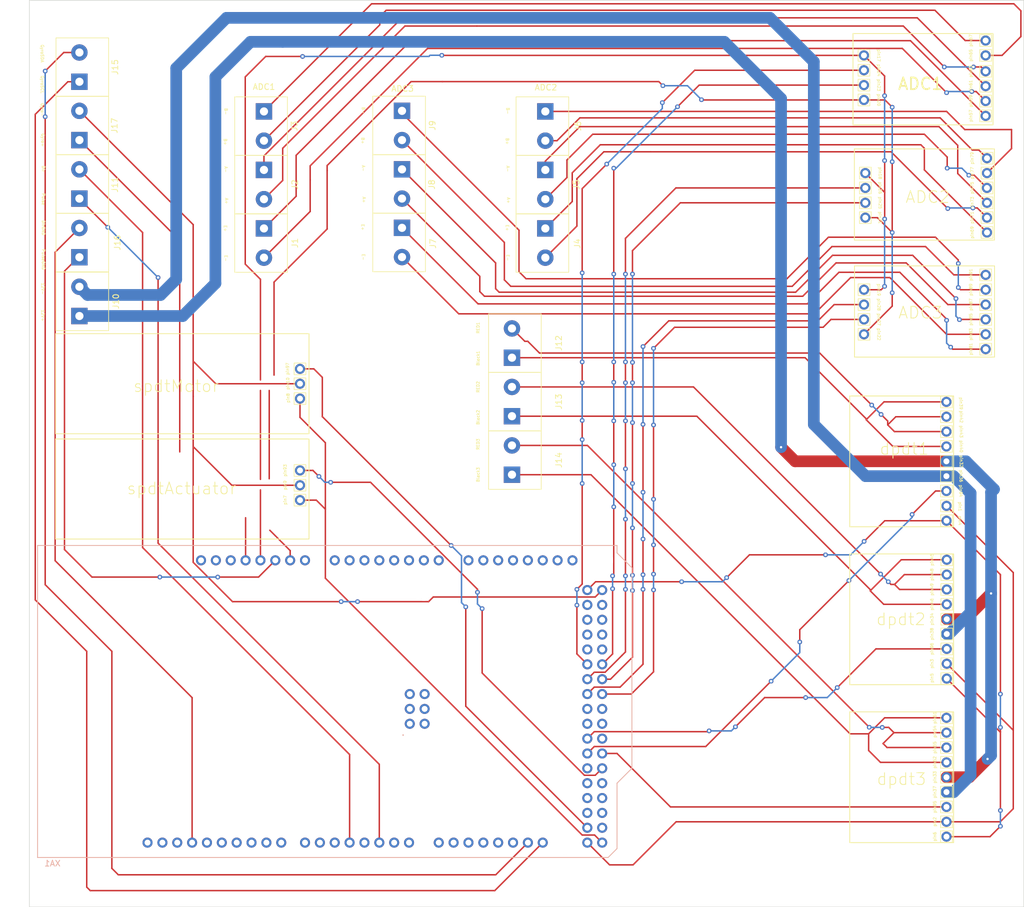
<source format=kicad_pcb>
(kicad_pcb (version 20211014) (generator pcbnew)
  (layers (0 "F.Cu" signal) (31 "B.Cu" signal) (34 "B.Paste" user) (35 "F.Paste" user) (36 "B.SilkS" user "B.Silkscreen") (37 "F.SilkS" user "F.Silkscreen") (38 "B.Mask" user) (39 "F.Mask" user) (44 "Edge.Cuts" user))
  (net 0 "")
  (net 1 "Net-(XA1-Pad5V3)")
  (net 2 "Net-(pin8-Pad1)")
  (net 3 "Net-(pin10-Pad1)")
  (net 4 "Net-(XA1-PadGND2)")
  (net 5 "Net-(XA1-Pad5V1)")
  (net 6 "Net-(XA1-PadGND3)")
  (net 7 "Net-(XA1-PadD45)")
  (net 8 "Net-(XA1-PadD44)")
  (net 9 "Net-(XA1-PadD43)")
  (net 10 "Net-(XA1-PadD42)")
  (net 11 "Net-(XA1-PadD41)")
  (net 12 "Net-(XA1-PadD40)")
  (net 13 "Net-(XA1-PadD2)")
  (net 14 "Net-(XA1-PadD4)")
  (net 15 "Net-(pin39-Pad1)")
  (net 16 "Net-(pin42-Pad1)")
  (net 17 "Net-(pin45-Pad1)")
  (net 18 "Net-(pin48-Pad1)")
  (net 19 "Net-(pin51-Pad1)")
  (net 87 "Net-(pin4-Pad1)")
  (net 88 "Net-(pin93-Pad1)")
  (net 89 "Net-(pin94-Pad1)")
  (net 90 "Net-(pin95-Pad1)")
  (net 91 "Net-(pin96-Pad1)")
  (net 92 "Net-(pin97-Pad1)")
  (net 93 "Net-(pin59-Pad1)")
  (net 94 "Net-(pin61-Pad1)")
  (net 95 "Net-(pin63-Pad1)")
  (net 96 "Net-(pin65-Pad1)")
  (net 97 "Net-(pin67-Pad1)")
  (net 98 "Net-(pin69-Pad1)")
  (net 99 "Net-(pin71-Pad1)")
  (net 100 "Net-(pin73-Pad1)")
  (net 101 "Net-(pin75-Pad1)")
  (net 102 "Net-(pin77-Pad1)")
  (net 103 "Net-(pin79-Pad1)")
  (net 104 "Net-(pin81-Pad1)")
  (net 105 "Net-(pin83-Pad1)")
  (net 106 "Net-(pin85-Pad1)")
  (net 107 "Net-(pin87-Pad1)")
  (net 108 "Net-(pin89-Pad1)")
  (net 109 "Net-(pin91-Pad1)")
  (net 110 "Net-(pin57-Pad1)")
  (net 111 "Net-(pin32-Pad1)")
  (net 112 "Net-(pin36-Pad1)")
  (net 113 "Net-(J14-Pad2)")
  (net 114 "Net-(J15-Pad1)")
  (net 115 "Net-(J15-Pad2)")
  (net 116 "Net-(XA1-PadGND1)")
  (net 117 "Net-(J17-Pad1)")
  (footprint "cgmoi:pin" (layer "F.Cu") (at 162.672 34.5 -90)
    (fp_text reference "pin23")
    (fp_text value "ADC1DT")
  )
  (footprint "cgmoi:pin" (layer "F.Cu") (at 162.682 77.1 -90)
    (fp_text reference "pin22")
    (fp_text value "ADC3-")
  )
  (footprint "cgmoi:pin" (layer "F.Cu") (at 176.79 106.43 -90)
    (fp_text reference "pin1")
    (fp_text value "dpdt1+")
  )
  (footprint "cgmoi:pin" (layer "F.Cu") (at 183.706 49.538 90)
    (fp_text reference "pin77")
    (fp_text value "ADC2B-in")
  )
  (footprint "cgmoi:pin" (layer "F.Cu") (at 176.83 128.34 90)
    (fp_text reference "pin38")
    (fp_text value "actuator3Com1")
  )
  (footprint "cgmoi:screw terminal" (layer "F.Cu") (at 28.55 73.975 90)
    (fp_text reference "J10")
    (fp_text value "ActuatorPower12V+/-")
  )
  (footprint "cgmoi:pin" (layer "F.Cu") (at 162.906 54.618 -90)
    (fp_text reference "pin25")
    (fp_text value "ADC2DT")
  )
  (footprint "cgmoi:screw terminal" (layer "F.Cu") (at 60.1 39 -90)
    (fp_text reference "J3")
    (fp_text value "ADC1B-/+")
  )
  (footprint "cgmoi:pin" (layer "F.Cu") (at 66.26 100.37 90)
    (fp_text reference "pin93")
    (fp_text value "spdtActuatorIn")
  )
  (footprint "cgmoi:pin" (layer "F.Cu") (at 176.77 88.65 -90)
    (fp_text reference "pin39")
    (fp_text value "dpdt1NO2")
  )
  (footprint "cgmoi:pin" (layer "F.Cu") (at 66.26 105.45 90)
    (fp_text reference "pin7")
    (fp_text value "spdtActuator+")
  )
  (footprint "cgmoi:pin" (layer "F.Cu") (at 162.906 49.538 -90)
    (fp_text reference "pin18")
    (fp_text value "ADC2+")
  )
  (footprint "cgmoi:pin" (layer "F.Cu") (at 183.706 57.158 90)
    (fp_text reference "pin71")
    (fp_text value "ADC2E-in")
  )
  (footprint "cgmoi:pin" (layer "F.Cu") (at 176.78 150.28 180)
    (fp_text reference "pin52")
    (fp_text value "dpdt3NC1")
  )
  (footprint "cgmoi:pin" (layer "F.Cu") (at 176.78 160.44 180)
    (fp_text reference "pin2")
    (fp_text value "dpdt2+")
  )
  (footprint "cgmoi:pin" (layer "F.Cu") (at 176.77 101.35 -90)
    (fp_text reference "pin36")
    (fp_text value "actuator1Com1")
  )
  (footprint "cgmoi:pin" (layer "F.Cu") (at 176.77 98.81 -90)
    (fp_text reference "pin32")
    (fp_text value "actuator1Com2")
  )
  (footprint "cgmoi:pin" (layer "F.Cu") (at 176.77 103.89 -90)
    (fp_text reference "pin94")
    (fp_text value "dpdt1In")
  )
  (footprint "cgmoi:screw terminal" (layer "F.Cu") (at 28.55 63.925 90)
    (fp_text reference "J16")
    (fp_text value "MotorGNDPulse/Dir")
  )
  (footprint "cgmoi:pin" (layer "F.Cu") (at 176.83 118.18 90)
    (fp_text reference "pin48")
    (fp_text value "dpdt2NO1")
  )
  (footprint "cgmoi:pin" (layer "F.Cu") (at 183.482 69.48 90)
    (fp_text reference "pin89")
    (fp_text value "ADC3B-in")
  )
  (footprint "cgmoi:pin" (layer "F.Cu") (at 66.26 102.91 90)
    (fp_text reference "pin9")
    (fp_text value "spdtActuator-")
  )
  (footprint "cgmoi:pin" (layer "F.Cu") (at 176.78 157.9 90)
    (fp_text reference "pin95")
    (fp_text value "dpdt2In")
  )
  (footprint "cgmoi:pin" (layer "F.Cu") (at 183.472 29.42 90)
    (fp_text reference "pin65")
    (fp_text value "ADC1B-in")
  )
  (footprint "cgmoi:screw terminal" (layer "F.Cu") (at 28.55 33.925 90)
    (fp_text reference "J15")
    (fp_text value "GyroSCL/SDA")
  )
  (footprint "cgmoi:pin" (layer "F.Cu") (at 183.482 77.1 90)
    (fp_text reference "pin83")
    (fp_text value "ADC3E-in")
  )
  (footprint "cgmoi:screw terminal" (layer "F.Cu") (at 28.55 53.9 90)
    (fp_text reference "J11")
    (fp_text value "MotorPulse/Dir")
  )
  (footprint "cgmoi:pin" (layer "F.Cu") (at 176.78 155.36 90)
    (fp_text reference "pin37")
    (fp_text value "actuator2Com1")
  )
  (footprint "cgmoi:pin" (layer "F.Cu") (at 176.83 135.96 180)
    (fp_text reference "pin5")
    (fp_text value "dpdt2-")
  )
  (footprint "cgmoi:pin" (layer "F.Cu") (at 162.906 57.158 -90)
    (fp_text reference "pin21")
    (fp_text value "ADC2-")
  )
  (footprint "cgmoi:pin" (layer "F.Cu") (at 183.482 66.94 90)
    (fp_text reference "pin91")
    (fp_text value "ADC3B+in")
  )
  (footprint "cgmoi:pin" (layer "F.Cu") (at 176.77 93.73 -90)
    (fp_text reference "pin43")
    (fp_text value "dpdt1NC2")
  )
  (footprint "cgmoi:screw terminal" (layer "F.Cu") (at 60.1 49 -90)
    (fp_text reference "J2")
    (fp_text value "ADC1A-/+")
  )
  (footprint "cgmoi:pin" (layer "F.Cu") (at 183.472 32.14 90)
    (fp_text reference "pin63")
    (fp_text value "ADC1A+in")
  )
  (footprint "cgmoi:pin" (layer "F.Cu") (at 176.79 108.97 -90)
    (fp_text reference "pin4")
    (fp_text value "dpdt1-")
  )
  (footprint "cgmoi:pin" (layer "F.Cu") (at 162.682 72.02 -90)
    (fp_text reference "pin28")
    (fp_text value "ADC3SCK")
  )
  (footprint "cgmoi:pin" (layer "F.Cu") (at 183.472 37.22 90)
    (fp_text reference "pin59")
    (fp_text value "ADC1E-in")
  )
  (footprint "cgmoi:pin" (layer "F.Cu") (at 162.682 69.48 -90)
    (fp_text reference "pin19")
    (fp_text value "ADC3+")
  )
  (footprint "cgmoi:pin" (layer "F.Cu") (at 183.706 59.698 90)
    (fp_text reference "pin69")
    (fp_text value "ADC2E+in")
  )
  (footprint "cgmoi:pin" (layer "F.Cu") (at 176.78 145.2 180)
    (fp_text reference "pin54")
    (fp_text value "dpdt3NO1")
  )
  (footprint "cgmoi:pin" (layer "F.Cu") (at 176.77 96.27 -90)
    (fp_text reference "pin40")
    (fp_text value "dpdt1NC1")
  )
  (footprint "cgmoi:pin" (layer "F.Cu") (at 176.83 133.42 90)
    (fp_text reference "pin3")
    (fp_text value "dpdt3+")
  )
  (footprint "cgmoi:pin" (layer "F.Cu") (at 183.706 46.998 90)
    (fp_text reference "pin79")
    (fp_text value "ADC2B+in")
  )
  (footprint "cgmoi:pin" (layer "F.Cu") (at 176.78 162.98 90)
    (fp_text reference "pin6")
    (fp_text value "dpdt3-")
  )
  (footprint "cgmoi:screw terminal" (layer "F.Cu") (at 108.2 49 -90)
    (fp_text reference "J5")
    (fp_text value "ADC2A-/+")
  )
  (footprint "cgmoi:pin" (layer "F.Cu") (at 183.482 74.56 90)
    (fp_text reference "pin85")
    (fp_text value "ADC3A-in")
  )
  (footprint "cgmoi:pin" (layer "F.Cu") (at 183.696 52.078 90)
    (fp_text reference "pin75")
    (fp_text value "ADC2A+in")
  )
  (footprint "cgmoi:pin" (layer "F.Cu") (at 183.482 79.64 90)
    (fp_text reference "pin81")
    (fp_text value "ADC3E+in")
  )
  (footprint "cgmoi:pin" (layer "F.Cu") (at 176.83 120.72 90)
    (fp_text reference "pin49")
    (fp_text value "dpdt2NC2")
  )
  (footprint "cgmoi:pin" (layer "F.Cu") (at 176.83 115.64 90)
    (fp_text reference "pin45")
    (fp_text value "dpdt2NO2")
  )
  (footprint "cgmoi:pin" (layer "F.Cu") (at 162.672 31.96 -90)
    (fp_text reference "pin24")
    (fp_text value "ADC1SCK")
  )
  (footprint "cgmoi:pin" (layer "F.Cu") (at 162.906 52.078 -90)
    (fp_text reference "pin26")
    (fp_text value "ADC2SCK")
  )
  (footprint "cgmoi:screw terminal" (layer "F.Cu") (at 83.7 38.9 -90)
    (fp_text reference "J9")
    (fp_text value "ADC3B-/+")
  )
  (footprint "cgmoi:pin" (layer "F.Cu") (at 183.472 39.76 90)
    (fp_text reference "pin57")
    (fp_text value "ADC1E+in")
  )
  (footprint "cgmoi:pin" (layer "F.Cu") (at 183.706 54.618 90)
    (fp_text reference "pin73")
    (fp_text value "ADC2A-in")
  )
  (footprint "cgmoi:pin" (layer "F.Cu") (at 183.482 72.02 90)
    (fp_text reference "pin87")
    (fp_text value "ADC3A+in")
  )
  (footprint "cgmoi:screw terminal" (layer "F.Cu") (at 60.1 59 -90)
    (fp_text reference "J1")
    (fp_text value "ADC1E+/-")
  )
  (footprint "cgmoi:pin" (layer "F.Cu") (at 66.26 88.09 90)
    (fp_text reference "pin8")
    (fp_text value "spdtMotor+")
  )
  (footprint "cgmoi:screw terminal" (layer "F.Cu") (at 83.7 58.9 -90)
    (fp_text reference "J7")
    (fp_text value "ADC3E+/-")
  )
  (footprint "cgmoi:pin" (layer "F.Cu") (at 176.83 125.8 90)
    (fp_text reference "pin34")
    (fp_text value "actuator3Com2")
  )
  (footprint "cgmoi:screw terminal" (layer "F.Cu") (at 102.5 81.1 90)
    (fp_text reference "J12")
    (fp_text value "actuator1Black/Red")
  )
  (footprint "cgmoi:pin" (layer "F.Cu") (at 183.472 34.68 90)
    (fp_text reference "pin61")
    (fp_text value "ADC1A-in")
  )
  (footprint "cgmoi:pin" (layer "F.Cu") (at 66.26 83.01 90)
    (fp_text reference "pin97")
    (fp_text value "spdtMotorIn")
  )
  (footprint "cgmoi:pin" (layer "F.Cu") (at 176.78 147.74 180)
    (fp_text reference "pin55")
    (fp_text value "dpdt3NC2")
  )
  (footprint "cgmoi:screw terminal" (layer "F.Cu") (at 108.2 39 -90)
    (fp_text reference "J6")
    (fp_text value "ADC2B-/+")
  )
  (footprint "cgmoi:pin" (layer "F.Cu") (at 183.472 26.88 90)
    (fp_text reference "pin67")
    (fp_text value "ADC1B+in")
  )
  (footprint "cgmoi:screw terminal" (layer "F.Cu") (at 83.7 48.9 -90)
    (fp_text reference "J8")
    (fp_text value "ADC3A-/+")
  )
  (footprint "cgmoi:screw terminal" (layer "F.Cu") (at 108.2 59 -90)
    (fp_text reference "J4")
    (fp_text value "ADC2E+/-")
  )
  (footprint "cgmoi:pin" (layer "F.Cu") (at 162.672 29.42 -90)
    (fp_text reference "pin17")
    (fp_text value "ADC1+")
  )
  (footprint "cgmoi:pin" (layer "F.Cu") (at 176.78 152.82 90)
    (fp_text reference "pin33")
    (fp_text value "actuator2Com2")
  )
  (footprint "cgmoi:screw terminal" (layer "F.Cu") (at 102.5 91.1 90)
    (fp_text reference "J13")
    (fp_text value "actuator2Black/Red")
  )
  (footprint "cgmoi:pin" (layer "F.Cu") (at 176.83 130.88 90)
    (fp_text reference "pin96")
    (fp_text value "dpdt3In")
  )
  (footprint "cgmoi:pin" (layer "F.Cu") (at 176.83 123.26 90)
    (fp_text reference "pin46")
    (fp_text value "dpdt2NC1")
  )
  (footprint "cgmoi:pin" (layer "F.Cu") (at 176.78 142.66 180)
    (fp_text reference "pin51")
    (fp_text value "dpdt3NO2")
  )
  (footprint "cgmoi:pin" (layer "F.Cu") (at 162.672 37.04 -90)
    (fp_text reference "pin20")
    (fp_text value "ADC1-")
  )
  (footprint "cgmoi:screw terminal" (layer "F.Cu") (at 102.5 101.1 90)
    (fp_text reference "J14")
    (fp_text value "actuator3Black/Red")
  )
  (footprint "cgmoi:pin" (layer "F.Cu") (at 162.682 74.56 -90)
    (fp_text reference "pin27")
    (fp_text value "ADC3DT")
  )
  (footprint "cgmoi:pin" (layer "F.Cu") (at 176.77 91.19 -90)
    (fp_text reference "pin42")
    (fp_text value "dpdt1NO1")
  )
  (footprint "cgmoi:pin" (layer "F.Cu") (at 66.26 85.55 90)
    (fp_text reference "pin10")
    (fp_text value "spdtMotor-")
  )
  (footprint "cgmoi:screw terminal" (layer "F.Cu") (at 28.55 43.9 90)
    (fp_text reference "J17")
    (fp_text value "Gyro+/-")
  )
  (footprint "cgmoi:Arduino_Mega2560_Shield" (layer "B.Cu") (at 21.4 113.2)
    (fp_text reference "XA1")
    (fp_text value "Arduino_Mega2560_Shield")
  )
  (gr_rect (start 160.796 41.29) (end 184.736 25.69) (layer "F.SilkS") (width 0.15) (fill none))
  (gr_rect (start 24.49 112.1) (end 67.8 94.99) (layer "F.SilkS") (width 0.15) (fill none))
  (gr_rect (start 24.49 94.1) (end 67.8 76.99) (layer "F.SilkS") (width 0.15) (fill none))
  (gr_rect (start 161.06 81) (end 185 65.4) (layer "F.SilkS") (width 0.15) (fill none))
  (gr_rect (start 161.03 61) (end 184.97 45.4) (layer "F.SilkS") (width 0.15) (fill none))
  (gr_rect (start 160.24 137) (end 178 114.64) (layer "F.SilkS") (width 0.15) (fill none))
  (gr_rect (start 178 141.64) (end 160.24 164) (layer "F.SilkS") (width 0.15) (fill none))
  (gr_rect (start 178 87.64) (end 160.24 110) (layer "F.SilkS") (width 0.15) (fill none))
  (gr_rect (start 20 20) (end 190 175) (layer "Edge.Cuts") (width 0.1) (fill none))
  (gr_text "12V-\n" (at 22.3 69.3 270) (layer "F.SilkS") (effects (font (size 0.5 0.5) (thickness 0.1))))
  (gr_text "PulseGND" (at 22.4 64.3 270) (layer "F.SilkS") (effects (font (size 0.5 0.5) (thickness 0.1))))
  (gr_text "ADC3" (at 83.8 35.1) (layer "F.SilkS") (effects (font (size 1 1))))
  (gr_text "B-" (at 77.1 38.8 270) (layer "F.SilkS") (effects (font (size 0.5 0.5) (thickness 0.1))))
  (gr_text "E+" (at 101.7 58.9 270) (layer "F.SilkS") (effects (font (size 0.5 0.5) (thickness 0.1))))
  (gr_text "ADC3" (at 172.332 73.4) (layer "F.SilkS") (effects (font (size 2 2))))
  (gr_text "B-" (at 101.8 38.9 270) (layer "F.SilkS") (effects (font (size 0.5 0.5) (thickness 0.1))))
  (gr_text "dpdt3" (at 169.09 153.13) (layer "F.SilkS") (effects (font (size 2 2))))
  (gr_text "E-" (at 53.6 64.1 270) (layer "F.SilkS") (effects (font (size 0.5 0.5) (thickness 0.1))))
  (gr_text "E-" (at 77.1 63.9 270) (layer "F.SilkS") (effects (font (size 0.5 0.5) (thickness 0.1))))
  (gr_text "A+" (at 53.7 54.3 270) (layer "F.SilkS") (effects (font (size 0.5 0.5) (thickness 0.1))))
  (gr_text "Pulse" (at 22.4 54 270) (layer "F.SilkS") (effects (font (size 0.5 0.5) (thickness 0.1))))
  (gr_text "E-" (at 101.8 64 270) (layer "F.SilkS") (effects (font (size 0.5 0.5) (thickness 0.1))))
  (gr_text "ADC2" (at 173.566 53.638) (layer "F.SilkS") (effects (font (size 2 2))))
  (gr_text "RED3" (at 96.7 95.9 90) (layer "F.SilkS") (effects (font (size 0.5 0.5) (thickness 0.1))))
  (gr_text "A+" (at 101.9 54.2 270) (layer "F.SilkS") (effects (font (size 0.5 0.5) (thickness 0.1))))
  (gr_text "B+" (at 101.7 44.1 270) (layer "F.SilkS") (effects (font (size 0.5 0.5) (thickness 0.1))))
  (gr_text "B+" (at 53.5 44.2 270) (layer "F.SilkS") (effects (font (size 0.5 0.5) (thickness 0.1))))
  (gr_text "A-" (at 77.1 48.7 270) (layer "F.SilkS") (effects (font (size 0.5 0.5) (thickness 0.1))))
  (gr_text "A-" (at 101.8 48.8 270) (layer "F.SilkS") (effects (font (size 0.5 0.5) (thickness 0.1))))
  (gr_text "spdtMotor" (at 45.1 85.96) (layer "F.SilkS") (effects (font (size 2 2))))
  (gr_text "Black1" (at 96.7 81.2 90) (layer "F.SilkS") (effects (font (size 0.5 0.5) (thickness 0.1))))
  (gr_text "B-" (at 53.6 39 270) (layer "F.SilkS") (effects (font (size 0.5 0.5) (thickness 0.1))))
  (gr_text "Black2" (at 96.7 91.3 90) (layer "F.SilkS") (effects (font (size 0.5 0.5) (thickness 0.1))))
  (gr_text "E+" (at 53.5 59 270) (layer "F.SilkS") (effects (font (size 0.5 0.5) (thickness 0.1))))
  (gr_text "GyroSDA\n\n" (at 21.8 29.1 270) (layer "F.SilkS") (effects (font (size 0.5 0.5) (thickness 0.1))))
  (gr_text "RED2" (at 96.7 86.1 90) (layer "F.SilkS") (effects (font (size 0.5 0.5) (thickness 0.1))))
  (gr_text "Gyro+\n" (at 22.3 43.9 270) (layer "F.SilkS") (effects (font (size 0.5 0.5) (thickness 0.1))))
  (gr_text "A-" (at 53.6 48.9 270) (layer "F.SilkS") (effects (font (size 0.5 0.5) (thickness 0.1))))
  (gr_text "RED1" (at 96.7 76 90) (layer "F.SilkS") (effects (font (size 0.5 0.5) (thickness 0.1))))
  (gr_text "Black3" (at 96.7 101.1 90) (layer "F.SilkS") (effects (font (size 0.5 0.5) (thickness 0.1))))
  (gr_text "dpdt1" (at 169.58 96.69) (layer "F.SilkS") (effects (font (size 2 2))))
  (gr_text "E+" (at 77 58.8 270) (layer "F.SilkS") (effects (font (size 0.5 0.5) (thickness 0.1))))
  (gr_text "B+" (at 77 44 270) (layer "F.SilkS") (effects (font (size 0.5 0.5) (thickness 0.1))))
  (gr_text "GyroSCL\n\n" (at 21.8 34.4 270) (layer "F.SilkS") (effects (font (size 0.5 0.5) (thickness 0.1))))
  (gr_text "A+" (at 77.2 54.1 270) (layer "F.SilkS") (effects (font (size 0.5 0.5) (thickness 0.1))))
  (gr_text "Gyro-\n\n" (at 21.8 38.7 270) (layer "F.SilkS") (effects (font (size 0.5 0.5) (thickness 0.1))))
  (gr_text "ADC1" (at 172.332 34.29) (layer "F.SilkS") (effects (font (size 2 2) (thickness 0.3))))
  (gr_text "ADC2" (at 108.3 34.9) (layer "F.SilkS") (effects (font (size 1 1))))
  (gr_text "DirGND" (at 22.4 58.9 270) (layer "F.SilkS") (effects (font (size 0.5 0.5) (thickness 0.1))))
  (gr_text "ADC1" (at 60.1 34.8) (layer "F.SilkS") (effects (font (size 1 1))))
  (gr_text "dpdt2\n" (at 169 125.82) (layer "F.SilkS") (effects (font (size 2 2))))
  (gr_text "spdtActuator" (at 46.04 103.45) (layer "F.SilkS") (effects (font (size 2 2))))
  (gr_text "Dir" (at 22.4 48.8 270) (layer "F.SilkS") (effects (font (size 0.5 0.5) (thickness 0.1))))
  (gr_text "12V+\n" (at 22.3 73.9 270) (layer "F.SilkS") (effects (font (size 0.5 0.5) (thickness 0.1))))
  (segment (start 188.2 144.79) (end 188.2 117.84) (width 0.25) (layer "F.Cu") (net 1))
  (segment (start 176.78 160.44) (end 185.96 160.44) (width 0.25) (layer "F.Cu") (net 1))
  (segment (start 188.2 144.79) (end 176.83 133.42) (width 0.25) (layer "F.Cu") (net 1))
  (segment (start 188.2 117.84) (end 176.79 106.43) (width 0.25) (layer "F.Cu") (net 1))
  (segment (start 130.56 160.44) (end 123.2 167.8) (width 0.25) (layer "F.Cu") (net 1))
  (segment (start 188.2 158.2) (end 188.2 144.79) (width 0.25) (layer "F.Cu") (net 1))
  (segment (start 123.2 167.8) (end 119.18 167.8) (width 0.25) (layer "F.Cu") (net 1))
  (segment (start 119.18 167.8) (end 115.38 164) (width 0.25) (layer "F.Cu") (net 1))
  (segment (start 176.78 160.44) (end 130.56 160.44) (width 0.25) (layer "F.Cu") (net 1))
  (segment (start 185.96 160.44) (end 188.2 158.2) (width 0.25) (layer "F.Cu") (net 1))
  (segment (start 117.92 164) (end 116.62 162.7) (width 0.25) (layer "F.Cu") (net 2))
  (segment (start 70.6 95.644) (end 66.26 91.304) (width 0.25) (layer "F.Cu") (net 2))
  (segment (start 70.6 107) (end 69.05 105.45) (width 0.25) (layer "F.Cu") (net 2))
  (segment (start 69.05 105.45) (end 66.26 105.45) (width 0.25) (layer "F.Cu") (net 2))
  (segment (start 66.26 91.304) (end 66.26 88.09) (width 0.25) (layer "F.Cu") (net 2))
  (segment (start 70.6 118.8) (end 70.6 107) (width 0.25) (layer "F.Cu") (net 2))
  (segment (start 114.5 162.7) (end 70.6 118.8) (width 0.25) (layer "F.Cu") (net 2))
  (segment (start 70.6 107) (end 70.6 95.644) (width 0.25) (layer "F.Cu") (net 2))
  (segment (start 116.62 162.7) (end 114.5 162.7) (width 0.25) (layer "F.Cu") (net 2))
  (segment (start 73.3 122.8) (end 54.719756 122.8) (width 0.25) (layer "F.Cu") (net 3))
  (segment (start 48 116.080244) (end 48 103.7) (width 0.25) (layer "F.Cu") (net 3))
  (segment (start 48 81.7) (end 48 58.35) (width 0.25) (layer "F.Cu") (net 3))
  (segment (start 54.719756 122.8) (end 48 116.080244) (width 0.25) (layer "F.Cu") (net 3))
  (segment (start 54.61 102.91) (end 48 96.3) (width 0.25) (layer "F.Cu") (net 3))
  (segment (start 66.26 85.55) (end 51.85 85.55) (width 0.25) (layer "F.Cu") (net 3))
  (segment (start 51.85 85.55) (end 48 81.7) (width 0.25) (layer "F.Cu") (net 3))
  (segment (start 117.92 120.82) (end 116.731889 122.008111) (width 0.25) (layer "F.Cu") (net 3))
  (segment (start 116.731889 122.008111) (end 89.044284 122.008111) (width 0.25) (layer "F.Cu") (net 3))
  (segment (start 48 58.35) (end 28.55 38.9) (width 0.25) (layer "F.Cu") (net 3))
  (segment (start 48 97.3) (end 48 96.3) (width 0.25) (layer "F.Cu") (net 3))
  (segment (start 48 103.7) (end 48 97.3) (width 0.25) (layer "F.Cu") (net 3))
  (segment (start 88.252395 122.8) (end 76.1 122.8) (width 0.25) (layer "F.Cu") (net 3))
  (segment (start 48 96.3) (end 48 87.7) (width 0.25) (layer "F.Cu") (net 3))
  (segment (start 48 87.7) (end 48 81.7) (width 0.25) (layer "F.Cu") (net 3))
  (segment (start 66.26 102.91) (end 54.61 102.91) (width 0.25) (layer "F.Cu") (net 3))
  (segment (start 89.044284 122.008111) (end 88.252395 122.8) (width 0.25) (layer "F.Cu") (net 3))
  (via (at 73.3 122.8) (size 0.8) (drill 0.4) (layers "F.Cu" "B.Cu") (net 3))
  (via (at 76.1 122.8) (size 0.8) (drill 0.4) (layers "F.Cu" "B.Cu") (net 3))
  (segment (start 76.1 122.8) (end 73.3 122.8) (width 0.25) (layer "B.Cu") (net 3))
  (segment (start 30.6 118.5) (end 30.7 118.6) (width 0.25) (layer "F.Cu") (net 4))
  (segment (start 30.7 118.6) (end 42.3 118.6) (width 0.25) (layer "F.Cu") (net 4))
  (segment (start 28.55 63.925) (end 28.375 63.925) (width 0.25) (layer "F.Cu") (net 4))
  (segment (start 28.375 63.925) (end 26 66.3) (width 0.25) (layer "F.Cu") (net 4))
  (segment (start 26 66.3) (end 26 113.9) (width 0.25) (layer "F.Cu") (net 4))
  (segment (start 26 113.9) (end 30.6 118.5) (width 0.25) (layer "F.Cu") (net 4))
  (segment (start 59.18 118.6) (end 62.04 115.74) (width 0.25) (layer "F.Cu") (net 4))
  (segment (start 52.2 118.6) (end 59.18 118.6) (width 0.25) (layer "F.Cu") (net 4))
  (via (at 42.3 118.6) (size 0.8) (drill 0.4) (layers "F.Cu" "B.Cu") (net 4))
  (via (at 52.2 118.6) (size 0.8) (drill 0.4) (layers "F.Cu" "B.Cu") (net 4))
  (segment (start 42.3 118.6) (end 52.2 118.6) (width 0.25) (layer "B.Cu") (net 4))
  (segment (start 166.212299 47.412299) (end 166.2 47.4) (width 0.25) (layer "F.Cu") (net 5))
  (segment (start 165.62 69.48) (end 166.2 68.9) (width 0.25) (layer "F.Cu") (net 5))
  (segment (start 166.212299 52.844299) (end 162.906 49.538) (width 0.25) (layer "F.Cu") (net 5))
  (segment (start 56.9 65.1) (end 56.9 33.1) (width 0.25) (layer "F.Cu") (net 5))
  (segment (start 59.5 115.74) (end 59.5 103.7) (width 0.25) (layer "F.Cu") (net 5))
  (segment (start 56.9 33.1) (end 57.1 32.9) (width 0.25) (layer "F.Cu") (net 5))
  (segment (start 166.2 32.948) (end 162.672 29.42) (width 0.25) (layer "F.Cu") (net 5))
  (segment (start 90.52 29.42) (end 90.5 29.4) (width 0.25) (layer "F.Cu") (net 5))
  (segment (start 90.88 29.42) (end 90.52 29.42) (width 0.25) (layer "F.Cu") (net 5))
  (segment (start 60.4 29.6) (end 66.7 29.6) (width 0.25) (layer "F.Cu") (net 5))
  (segment (start 90.88 29.42) (end 162.672 29.42) (width 0.25) (layer "F.Cu") (net 5))
  (segment (start 166.212299 57.387701) (end 166.212299 52.844299) (width 0.25) (layer "F.Cu") (net 5))
  (segment (start 162.682 69.48) (end 165.62 69.48) (width 0.25) (layer "F.Cu") (net 5))
  (segment (start 59.5 67.7) (end 56.9 65.1) (width 0.25) (layer "F.Cu") (net 5))
  (segment (start 166.2 36.3155) (end 166.2 32.948) (width 0.25) (layer "F.Cu") (net 5))
  (segment (start 57.1 32.9) (end 60.4 29.6) (width 0.25) (layer "F.Cu") (net 5))
  (segment (start 59.5 84.9) (end 59.5 67.7) (width 0.25) (layer "F.Cu") (net 5))
  (segment (start 59.5 101.9) (end 59.5 86.7) (width 0.25) (layer "F.Cu") (net 5))
  (segment (start 166.212299 52.844299) (end 166.212299 47.412299) (width 0.25) (layer "F.Cu") (net 5))
  (via (at 90.5 29.4) (size 0.8) (drill 0.4) (layers "F.Cu" "B.Cu") (net 5))
  (via (at 166.212299 57.387701) (size 0.8) (drill 0.4) (layers "F.Cu" "B.Cu") (net 5))
  (via (at 66.7 29.6) (size 0.8) (drill 0.4) (layers "F.Cu" "B.Cu") (net 5))
  (via (at 166.2 47.4) (size 0.8) (drill 0.4) (layers "F.Cu" "B.Cu") (net 5))
  (via (at 166.2 36.3155) (size 0.8) (drill 0.4) (layers "F.Cu" "B.Cu") (net 5))
  (via (at 166.2 68.9) (size 0.8) (drill 0.4) (layers "F.Cu" "B.Cu") (net 5))
  (segment (start 90.5 29.4) (end 88.5 29.4) (width 0.25) (layer "B.Cu") (net 5))
  (segment (start 88.5 29.4) (end 88.3 29.6) (width 0.25) (layer "B.Cu") (net 5))
  (segment (start 166.2 68.9) (end 166.2 57.4) (width 0.25) (layer "B.Cu") (net 5))
  (segment (start 166.2 47.4) (end 166.2 36.3155) (width 0.25) (layer "B.Cu") (net 5))
  (segment (start 166.2 57.4) (end 166.212299 57.387701) (width 0.25) (layer "B.Cu") (net 5))
  (segment (start 66.7 29.6) (end 88.3 29.6) (width 0.25) (layer "B.Cu") (net 5))
  (segment (start 64.58 115.74) (end 64.58 114.08) (width 0.25) (layer "F.Cu") (net 6))
  (segment (start 167.5 38.2755) (end 166.2645 37.04) (width 0.25) (layer "F.Cu") (net 6))
  (segment (start 85.250978 33.9) (end 90.6 33.9) (width 0.25) (layer "F.Cu") (net 6))
  (segment (start 134.94 37.04) (end 162.672 37.04) (width 0.25) (layer "F.Cu") (net 6))
  (segment (start 167.5 72.282) (end 167.5 70) (width 0.25) (layer "F.Cu") (net 6))
  (segment (start 70.9 59.1) (end 70.9 49.1) (width 0.25) (layer "F.Cu") (net 6))
  (segment (start 167.5 59.7) (end 164.958 57.158) (width 0.25) (layer "F.Cu") (net 6))
  (segment (start 166.2645 37.04) (end 162.672 37.04) (width 0.25) (layer "F.Cu") (net 6))
  (segment (start 167.5 59.7) (end 167.5 47.6) (width 0.25) (layer "F.Cu") (net 6))
  (segment (start 64.58 114.08) (end 61.1 110.6) (width 0.25) (layer "F.Cu") (net 6))
  (segment (start 134.9 37) (end 134.94 37.04) (width 0.25) (layer "F.Cu") (net 6))
  (segment (start 90.6 33.9) (end 127.6 33.9) (width 0.25) (layer "F.Cu") (net 6))
  (segment (start 164.958 57.158) (end 162.906 57.158) (width 0.25) (layer "F.Cu") (net 6))
  (segment (start 61 101.8) (end 61 86.7) (width 0.25) (layer "F.Cu") (net 6))
  (segment (start 70.9 48.250978) (end 85.250978 33.9) (width 0.25) (layer "F.Cu") (net 6))
  (segment (start 162.682 77.1) (end 167.5 72.282) (width 0.25) (layer "F.Cu") (net 6))
  (segment (start 70.3 59.7) (end 70.9 59.1) (width 0.25) (layer "F.Cu") (net 6))
  (segment (start 61.824511 68.175489) (end 70.3 59.7) (width 0.25) (layer "F.Cu") (net 6))
  (segment (start 127.6 33.9) (end 128.3 34.6) (width 0.25) (layer "F.Cu") (net 6))
  (segment (start 61.824511 84.075489) (end 61.824511 68.175489) (width 0.25) (layer "F.Cu") (net 6))
  (segment (start 70.9 49.1) (end 70.9 48.250978) (width 0.25) (layer "F.Cu") (net 6))
  (via (at 167.5 47.6) (size 0.8) (drill 0.4) (layers "F.Cu" "B.Cu") (net 6))
  (via (at 134.9 37) (size 0.8) (drill 0.4) (layers "F.Cu" "B.Cu") (net 6))
  (via (at 167.5 59.7) (size 0.8) (drill 0.4) (layers "F.Cu" "B.Cu") (net 6))
  (via (at 128.3 34.6) (size 0.8) (drill 0.4) (layers "F.Cu" "B.Cu") (net 6))
  (via (at 167.5 70) (size 0.8) (drill 0.4) (layers "F.Cu" "B.Cu") (net 6))
  (via (at 167.5 38.2755) (size 0.8) (drill 0.4) (layers "F.Cu" "B.Cu") (net 6))
  (segment (start 132.5 34.6) (end 134.9 37) (width 0.25) (layer "B.Cu") (net 6))
  (segment (start 128.3 34.6) (end 132.5 34.6) (width 0.25) (layer "B.Cu") (net 6))
  (segment (start 167.5 70) (end 167.5 59.7) (width 0.25) (layer "B.Cu") (net 6))
  (segment (start 167.5 47.6) (end 167.5 38.2755) (width 0.25) (layer "B.Cu") (net 6))
  (segment (start 119.9 99.4) (end 119.9 91.9) (width 0.25) (layer "F.Cu") (net 7))
  (segment (start 134.5 34.5) (end 162.672 34.5) (width 0.25) (layer "F.Cu") (net 7))
  (segment (start 119.7 131.74) (end 119.7 120.6) (width 0.25) (layer "F.Cu") (net 7))
  (segment (start 119.9 66.8) (end 119.9 48.7) (width 0.25) (layer "F.Cu") (net 7))
  (segment (start 119.9 85.3) (end 119.9 81.8245) (width 0.25) (layer "F.Cu") (net 7))
  (segment (start 119.7 118.4) (end 119.894521 118.205479) (width 0.25) (layer "F.Cu") (net 7))
  (segment (start 130.8 38.2) (end 134.5 34.5) (width 0.25) (layer "F.Cu") (net 7))
  (segment (start 117.92 133.52) (end 119.7 131.74) (width 0.25) (layer "F.Cu") (net 7))
  (segment (start 119.894521 118.205479) (end 119.894521 106.605479) (width 0.25) (layer "F.Cu") (net 7))
  (segment (start 119.894521 106.605479) (end 119.9 106.6) (width 0.25) (layer "F.Cu") (net 7))
  (via (at 119.9 85.3) (size 0.8) (drill 0.4) (layers "F.Cu" "B.Cu") (net 7))
  (via (at 119.7 120.6) (size 0.8) (drill 0.4) (layers "F.Cu" "B.Cu") (net 7))
  (via (at 119.9 99.4) (size 0.8) (drill 0.4) (layers "F.Cu" "B.Cu") (net 7))
  (via (at 119.7 118.4) (size 0.8) (drill 0.4) (layers "F.Cu" "B.Cu") (net 7))
  (via (at 119.9 48.7) (size 0.8) (drill 0.4) (layers "F.Cu" "B.Cu") (net 7))
  (via (at 130.8 38.2) (size 0.8) (drill 0.4) (layers "F.Cu" "B.Cu") (net 7))
  (via (at 119.9 66.8) (size 0.8) (drill 0.4) (layers "F.Cu" "B.Cu") (net 7))
  (via (at 119.9 91.9) (size 0.8) (drill 0.4) (layers "F.Cu" "B.Cu") (net 7))
  (via (at 119.9 106.6) (size 0.8) (drill 0.4) (layers "F.Cu" "B.Cu") (net 7))
  (via (at 119.9 81.8245) (size 0.8) (drill 0.4) (layers "F.Cu" "B.Cu") (net 7))
  (segment (start 119.9 91.9) (end 119.9 85.3) (width 0.25) (layer "B.Cu") (net 7))
  (segment (start 119.9 48.7) (end 120.3 48.7) (width 0.25) (layer "B.Cu") (net 7))
  (segment (start 119.9 106.6) (end 119.9 99.4) (width 0.25) (layer "B.Cu") (net 7))
  (segment (start 120.3 48.7) (end 130.8 38.2) (width 0.25) (layer "B.Cu") (net 7))
  (segment (start 119.9 81.8245) (end 119.9 66.8) (width 0.25) (layer "B.Cu") (net 7))
  (segment (start 119.7 120.6) (end 119.7 118.4) (width 0.25) (layer "B.Cu") (net 7))
  (segment (start 114.5 95.1) (end 114.5 91.8245) (width 0.25) (layer "F.Cu") (net 8))
  (segment (start 114.5 66.6) (end 114.5 52.2) (width 0.25) (layer "F.Cu") (net 8))
  (segment (start 133.74 31.96) (end 162.672 31.96) (width 0.25) (layer "F.Cu") (net 8))
  (segment (start 114.5 52.2) (end 118.7 48) (width 0.25) (layer "F.Cu") (net 8))
  (segment (start 115.38 133.52) (end 113.6 131.74) (width 0.25) (layer "F.Cu") (net 8))
  (segment (start 113.6 120.7) (end 114.5 119.8) (width 0.25) (layer "F.Cu") (net 8))
  (segment (start 114.5 85.3755) (end 114.5 81.8245) (width 0.25) (layer "F.Cu") (net 8))
  (segment (start 128.2 37.5) (end 133.74 31.96) (width 0.25) (layer "F.Cu") (net 8))
  (segment (start 114.5 119.8) (end 114.5 102.6) (width 0.25) (layer "F.Cu") (net 8))
  (segment (start 113.6 131.74) (end 113.6 123.4) (width 0.25) (layer "F.Cu") (net 8))
  (via (at 118.7 48) (size 0.8) (drill 0.4) (layers "F.Cu" "B.Cu") (net 8))
  (via (at 113.6 123.4) (size 0.8) (drill 0.4) (layers "F.Cu" "B.Cu") (net 8))
  (via (at 114.5 81.8245) (size 0.8) (drill 0.4) (layers "F.Cu" "B.Cu") (net 8))
  (via (at 114.5 66.6) (size 0.8) (drill 0.4) (layers "F.Cu" "B.Cu") (net 8))
  (via (at 128.2 37.5) (size 0.8) (drill 0.4) (layers "F.Cu" "B.Cu") (net 8))
  (via (at 113.6 120.7) (size 0.8) (drill 0.4) (layers "F.Cu" "B.Cu") (net 8))
  (via (at 114.5 102.6) (size 0.8) (drill 0.4) (layers "F.Cu" "B.Cu") (net 8))
  (via (at 114.5 95.1) (size 0.8) (drill 0.4) (layers "F.Cu" "B.Cu") (net 8))
  (via (at 114.5 85.3755) (size 0.8) (drill 0.4) (layers "F.Cu" "B.Cu") (net 8))
  (via (at 114.5 91.8245) (size 0.8) (drill 0.4) (layers "F.Cu" "B.Cu") (net 8))
  (segment (start 118.7 48) (end 128.2 38.5) (width 0.25) (layer "B.Cu") (net 8))
  (segment (start 114.5 81.8245) (end 114.5 66.6) (width 0.25) (layer "B.Cu") (net 8))
  (segment (start 114.5 91.8245) (end 114.5 85.3755) (width 0.25) (layer "B.Cu") (net 8))
  (segment (start 114.5 102.6) (end 114.5 95.1) (width 0.25) (layer "B.Cu") (net 8))
  (segment (start 128.2 38.5) (end 128.2 37.5) (width 0.25) (layer "B.Cu") (net 8))
  (segment (start 113.6 123.4) (end 113.6 120.7) (width 0.25) (layer "B.Cu") (net 8))
  (segment (start 123.1 62.8) (end 131.282 54.618) (width 0.25) (layer "F.Cu") (net 9))
  (segment (start 123.1 66.8) (end 123.1 62.8) (width 0.25) (layer "F.Cu") (net 9))
  (segment (start 123.1 118.3) (end 123.1 110.2) (width 0.25) (layer "F.Cu") (net 9))
  (segment (start 123.1 85.3755) (end 123.1 81.9) (width 0.25) (layer "F.Cu") (net 9))
  (segment (start 117.92 136.06) (end 119.34 136.06) (width 0.25) (layer "F.Cu") (net 9))
  (segment (start 131.282 54.618) (end 162.906 54.618) (width 0.25) (layer "F.Cu") (net 9))
  (segment (start 123.1 102.6) (end 123.1 92.2) (width 0.25) (layer "F.Cu") (net 9))
  (segment (start 123.1 132.3) (end 123.1 120.9) (width 0.25) (layer "F.Cu") (net 9))
  (segment (start 119.34 136.06) (end 123.1 132.3) (width 0.25) (layer "F.Cu") (net 9))
  (via (at 123.1 120.9) (size 0.8) (drill 0.4) (layers "F.Cu" "B.Cu") (net 9))
  (via (at 123.1 118.3) (size 0.8) (drill 0.4) (layers "F.Cu" "B.Cu") (net 9))
  (via (at 123.1 92.2) (size 0.8) (drill 0.4) (layers "F.Cu" "B.Cu") (net 9))
  (via (at 123.1 85.3755) (size 0.8) (drill 0.4) (layers "F.Cu" "B.Cu") (net 9))
  (via (at 123.1 102.6) (size 0.8) (drill 0.4) (layers "F.Cu" "B.Cu") (net 9))
  (via (at 123.1 66.8) (size 0.8) (drill 0.4) (layers "F.Cu" "B.Cu") (net 9))
  (via (at 123.1 81.9) (size 0.8) (drill 0.4) (layers "F.Cu" "B.Cu") (net 9))
  (via (at 123.1 110.2) (size 0.8) (drill 0.4) (layers "F.Cu" "B.Cu") (net 9))
  (segment (start 123.1 110.2) (end 123.1 102.6) (width 0.25) (layer "B.Cu") (net 9))
  (segment (start 123.1 120.9) (end 123.1 118.3) (width 0.25) (layer "B.Cu") (net 9))
  (segment (start 123.1 81.9) (end 123.1 66.8) (width 0.25) (layer "B.Cu") (net 9))
  (segment (start 123.1 92.2) (end 123.1 85.3755) (width 0.25) (layer "B.Cu") (net 9))
  (segment (start 121.9 118.4) (end 121.9 108.7) (width 0.25) (layer "F.Cu") (net 10))
  (segment (start 121.9 85.3755) (end 121.9 81.8245) (width 0.25) (layer "F.Cu") (net 10))
  (segment (start 118.428111 134.871889) (end 121.3 132) (width 0.25) (layer "F.Cu") (net 10))
  (segment (start 121.3 132) (end 121.9 131.4) (width 0.25) (layer "F.Cu") (net 10))
  (segment (start 121.9 100.1) (end 121.9 91.9) (width 0.25) (layer "F.Cu") (net 10))
  (segment (start 121.9 60.7) (end 130.522 52.078) (width 0.25) (layer "F.Cu") (net 10))
  (segment (start 121.9 66.8) (end 121.9 60.7) (width 0.25) (layer "F.Cu") (net 10))
  (segment (start 115.38 136.06) (end 116.568111 134.871889) (width 0.25) (layer "F.Cu") (net 10))
  (segment (start 121.9 131.4) (end 121.9 120.7) (width 0.25) (layer "F.Cu") (net 10))
  (segment (start 130.522 52.078) (end 162.906 52.078) (width 0.25) (layer "F.Cu") (net 10))
  (segment (start 116.568111 134.871889) (end 118.428111 134.871889) (width 0.25) (layer "F.Cu") (net 10))
  (via (at 121.9 85.3755) (size 0.8) (drill 0.4) (layers "F.Cu" "B.Cu") (net 10))
  (via (at 121.9 81.8245) (size 0.8) (drill 0.4) (layers "F.Cu" "B.Cu") (net 10))
  (via (at 121.9 66.8) (size 0.8) (drill 0.4) (layers "F.Cu" "B.Cu") (net 10))
  (via (at 121.9 108.7) (size 0.8) (drill 0.4) (layers "F.Cu" "B.Cu") (net 10))
  (via (at 121.9 100.1) (size 0.8) (drill 0.4) (layers "F.Cu" "B.Cu") (net 10))
  (via (at 121.9 91.9) (size 0.8) (drill 0.4) (layers "F.Cu" "B.Cu") (net 10))
  (via (at 121.9 120.7) (size 0.8) (drill 0.4) (layers "F.Cu" "B.Cu") (net 10))
  (via (at 121.9 118.4) (size 0.8) (drill 0.4) (layers "F.Cu" "B.Cu") (net 10))
  (segment (start 121.9 108.7) (end 121.9 100.1) (width 0.25) (layer "B.Cu") (net 10))
  (segment (start 121.9 120.7) (end 121.9 118.4) (width 0.25) (layer "B.Cu") (net 10))
  (segment (start 121.9 91.9) (end 121.9 85.3755) (width 0.25) (layer "B.Cu") (net 10))
  (segment (start 121.9 81.8245) (end 121.9 66.8) (width 0.25) (layer "B.Cu") (net 10))
  (segment (start 126.7 79.5) (end 130.3 75.9) (width 0.25) (layer "F.Cu") (net 11))
  (segment (start 126.7 134.8) (end 126.7 120.8) (width 0.25) (layer "F.Cu") (net 11))
  (segment (start 126.7 118.1) (end 126.7 113.1) (width 0.25) (layer "F.Cu") (net 11))
  (segment (start 117.92 138.6) (end 122.9 138.6) (width 0.25) (layer "F.Cu") (net 11))
  (segment (start 122.9 138.6) (end 126.7 134.8) (width 0.25) (layer "F.Cu") (net 11))
  (segment (start 155.7 75.9) (end 157.04 74.56) (width 0.25) (layer "F.Cu") (net 11))
  (segment (start 130.3 75.9) (end 155.7 75.9) (width 0.25) (layer "F.Cu") (net 11))
  (segment (start 157.04 74.56) (end 162.682 74.56) (width 0.25) (layer "F.Cu") (net 11))
  (segment (start 126.7 105.3) (end 126.7 92.6) (width 0.25) (layer "F.Cu") (net 11))
  (via (at 126.7 79.5) (size 0.8) (drill 0.4) (layers "F.Cu" "B.Cu") (net 11))
  (via (at 126.7 105.3) (size 0.8) (drill 0.4) (layers "F.Cu" "B.Cu") (net 11))
  (via (at 126.7 120.8) (size 0.8) (drill 0.4) (layers "F.Cu" "B.Cu") (net 11))
  (via (at 126.7 113.1) (size 0.8) (drill 0.4) (layers "F.Cu" "B.Cu") (net 11))
  (via (at 126.7 118.1) (size 0.8) (drill 0.4) (layers "F.Cu" "B.Cu") (net 11))
  (via (at 126.7 92.6) (size 0.8) (drill 0.4) (layers "F.Cu" "B.Cu") (net 11))
  (segment (start 126.7 113.1) (end 126.7 105.3) (width 0.25) (layer "B.Cu") (net 11))
  (segment (start 126.7 120.8) (end 126.7 118.1) (width 0.25) (layer "B.Cu") (net 11))
  (segment (start 126.7 92.6) (end 126.7 79.5) (width 0.25) (layer "B.Cu") (net 11))
  (segment (start 129.3 74.8) (end 154.8 74.8) (width 0.25) (layer "F.Cu") (net 12))
  (segment (start 124.9 133.5) (end 124.9 120.7) (width 0.25) (layer "F.Cu") (net 12))
  (segment (start 157.58 72.02) (end 162.682 72.02) (width 0.25) (layer "F.Cu") (net 12))
  (segment (start 116.568111 137.411889) (end 120.988111 137.411889) (width 0.25) (layer "F.Cu") (net 12))
  (segment (start 124.7 133.7) (end 124.9 133.5) (width 0.25) (layer "F.Cu") (net 12))
  (segment (start 115.38 138.6) (end 116.568111 137.411889) (width 0.25) (layer "F.Cu") (net 12))
  (segment (start 124.9 104.1) (end 124.9 92.5) (width 0.25) (layer "F.Cu") (net 12))
  (segment (start 124.9 118.2) (end 124.9 112.1) (width 0.25) (layer "F.Cu") (net 12))
  (segment (start 124.9 79.2) (end 129.3 74.8) (width 0.25) (layer "F.Cu") (net 12))
  (segment (start 120.988111 137.411889) (end 124.7 133.7) (width 0.25) (layer "F.Cu") (net 12))
  (segment (start 154.8 74.8) (end 157.58 72.02) (width 0.25) (layer "F.Cu") (net 12))
  (via (at 124.9 79.2) (size 0.8) (drill 0.4) (layers "F.Cu" "B.Cu") (net 12))
  (via (at 124.9 118.2) (size 0.8) (drill 0.4) (layers "F.Cu" "B.Cu") (net 12))
  (via (at 124.9 120.7) (size 0.8) (drill 0.4) (layers "F.Cu" "B.Cu") (net 12))
  (via (at 124.9 92.5) (size 0.8) (drill 0.4) (layers "F.Cu" "B.Cu") (net 12))
  (via (at 124.9 104.1) (size 0.8) (drill 0.4) (layers "F.Cu" "B.Cu") (net 12))
  (via (at 124.9 112.1) (size 0.8) (drill 0.4) (layers "F.Cu" "B.Cu") (net 12))
  (segment (start 124.9 112.1) (end 124.9 104.1) (width 0.25) (layer "B.Cu") (net 12))
  (segment (start 124.9 92.5) (end 124.9 79.2) (width 0.25) (layer "B.Cu") (net 12))
  (segment (start 124.9 120.7) (end 124.9 118.2) (width 0.25) (layer "B.Cu") (net 12))
  (segment (start 42 112.8) (end 42 67.4) (width 0.25) (layer "F.Cu") (net 13))
  (segment (start 79.82 164) (end 79.82 150.62) (width 0.25) (layer "F.Cu") (net 13))
  (segment (start 43.9 114.7) (end 42 112.8) (width 0.25) (layer "F.Cu") (net 13))
  (segment (start 79.82 150.62) (end 43.9 114.7) (width 0.25) (layer "F.Cu") (net 13))
  (segment (start 33.4 58.8) (end 28.55 53.95) (width 0.25) (layer "F.Cu") (net 13))
  (segment (start 28.55 53.95) (end 28.55 53.9) (width 0.25) (layer "F.Cu") (net 13))
  (via (at 33.4 58.8) (size 0.8) (drill 0.4) (layers "F.Cu" "B.Cu") (net 13))
  (via (at 42 67.4) (size 0.8) (drill 0.4) (layers "F.Cu" "B.Cu") (net 13))
  (segment (start 42 67.4) (end 33.4 58.8) (width 0.25) (layer "B.Cu") (net 13))
  (segment (start 39.35 59.7) (end 39.35 113.55) (width 0.25) (layer "F.Cu") (net 14))
  (segment (start 28.55 48.9) (end 39.35 59.7) (width 0.25) (layer "F.Cu") (net 14))
  (segment (start 39.35 113.55) (end 74.74 148.94) (width 0.25) (layer "F.Cu") (net 14))
  (segment (start 74.74 148.94) (end 74.74 164) (width 0.25) (layer "F.Cu") (net 14))
  (segment (start 176.77 88.65) (end 166.1 88.65) (width 0.25) (layer "F.Cu") (net 15))
  (segment (start 163.13 91.62) (end 152.61 81.1) (width 0.25) (layer "F.Cu") (net 15))
  (segment (start 163.05 91.7) (end 167.62 96.27) (width 0.25) (layer "F.Cu") (net 15))
  (segment (start 163.13 91.62) (end 163.05 91.7) (width 0.25) (layer "F.Cu") (net 15))
  (segment (start 167.62 96.27) (end 176.77 96.27) (width 0.25) (layer "F.Cu") (net 15))
  (segment (start 152.61 81.1) (end 102.5 81.1) (width 0.25) (layer "F.Cu") (net 15))
  (segment (start 166.1 88.65) (end 163.13 91.62) (width 0.25) (layer "F.Cu") (net 15))
  (segment (start 168.12 91.19) (end 166.73 92.58) (width 0.25) (layer "F.Cu") (net 16))
  (segment (start 155.1 80.3) (end 107.2 80.3) (width 0.25) (layer "F.Cu") (net 16))
  (segment (start 164 89.2) (end 155.1 80.3) (width 0.25) (layer "F.Cu") (net 16))
  (segment (start 176.77 91.19) (end 168.12 91.19) (width 0.25) (layer "F.Cu") (net 16))
  (segment (start 167.88 93.73) (end 176.77 93.73) (width 0.25) (layer "F.Cu") (net 16))
  (segment (start 104.7 78.3) (end 102.5 76.1) (width 0.25) (layer "F.Cu") (net 16))
  (segment (start 107.2 80.3) (end 105.2 78.3) (width 0.25) (layer "F.Cu") (net 16))
  (segment (start 166.73 92.58) (end 166.73 91.93) (width 0.25) (layer "F.Cu") (net 16))
  (segment (start 166.73 91.93) (end 165.6 90.8) (width 0.25) (layer "F.Cu") (net 16))
  (segment (start 166.73 92.58) (end 167.88 93.73) (width 0.25) (layer "F.Cu") (net 16))
  (segment (start 105.2 78.3) (end 104.7 78.3) (width 0.25) (layer "F.Cu") (net 16))
  (via (at 165.6 90.8) (size 0.8) (drill 0.4) (layers "F.Cu" "B.Cu") (net 16))
  (via (at 164 89.2) (size 0.8) (drill 0.4) (layers "F.Cu" "B.Cu") (net 16))
  (segment (start 165.6 90.8) (end 164 89.2) (width 0.25) (layer "B.Cu") (net 16))
  (segment (start 163.74 120.95) (end 166.05 123.26) (width 0.25) (layer "F.Cu") (net 17))
  (segment (start 134.1 91.1) (end 102.5 91.1) (width 0.25) (layer "F.Cu") (net 17))
  (segment (start 176.83 115.64) (end 169.05 115.64) (width 0.25) (layer "F.Cu") (net 17))
  (segment (start 163.845 120.845) (end 134.1 91.1) (width 0.25) (layer "F.Cu") (net 17))
  (segment (start 163.845 120.845) (end 163.74 120.95) (width 0.25) (layer "F.Cu") (net 17))
  (segment (start 166.05 123.26) (end 176.83 123.26) (width 0.25) (layer "F.Cu") (net 17))
  (segment (start 169.05 115.64) (end 163.845 120.845) (width 0.25) (layer "F.Cu") (net 17))
  (segment (start 168.76 120.72) (end 167.9 119.86) (width 0.25) (layer "F.Cu") (net 18))
  (segment (start 176.83 120.72) (end 168.76 120.72) (width 0.25) (layer "F.Cu") (net 18))
  (segment (start 167.9 119.86) (end 169.58 118.18) (width 0.25) (layer "F.Cu") (net 18))
  (segment (start 169.58 118.18) (end 176.83 118.18) (width 0.25) (layer "F.Cu") (net 18))
  (segment (start 167.9 119.86) (end 167.29 119.86) (width 0.25) (layer "F.Cu") (net 18))
  (segment (start 165.52 118.09) (end 133.53 86.1) (width 0.25) (layer "F.Cu") (net 18))
  (segment (start 133.53 86.1) (end 102.5 86.1) (width 0.25) (layer "F.Cu") (net 18))
  (segment (start 167.29 119.86) (end 166.83 119.4) (width 0.25) (layer "F.Cu") (net 18))
  (via (at 165.52 118.09) (size 0.8) (drill 0.4) (layers "F.Cu" "B.Cu") (net 18))
  (via (at 166.83 119.4) (size 0.8) (drill 0.4) (layers "F.Cu" "B.Cu") (net 18))
  (segment (start 166.83 119.4) (end 165.52 118.09) (width 0.25) (layer "B.Cu") (net 18))
  (segment (start 163.47 145.4) (end 160.3 145.4) (width 0.25) (layer "F.Cu") (net 19))
  (segment (start 163.47 148.25) (end 163.47 145.4) (width 0.25) (layer "F.Cu") (net 19))
  (segment (start 166.21 142.66) (end 176.78 142.66) (width 0.25) (layer "F.Cu") (net 19))
  (segment (start 116 101.1) (end 102.5 101.1) (width 0.25) (layer "F.Cu") (net 19))
  (segment (start 176.78 150.28) (end 165.5 150.28) (width 0.25) (layer "F.Cu") (net 19))
  (segment (start 163.47 145.4) (end 166.21 142.66) (width 0.25) (layer "F.Cu") (net 19))
  (segment (start 160.3 145.4) (end 116 101.1) (width 0.25) (layer "F.Cu") (net 19))
  (segment (start 165.5 150.28) (end 163.47 148.25) (width 0.25) (layer "F.Cu") (net 19))
  (segment (start 186 118.18) (end 186 118.3) (width 0.25) (layer "F.Cu") (net 87))
  (segment (start 186 145.1) (end 186 158.5) (width 0.25) (layer "F.Cu") (net 87))
  (segment (start 186 118.3) (end 186 138.6) (width 0.25) (layer "F.Cu") (net 87))
  (segment (start 176.83 135.96) (end 185.97 145.1) (width 0.25) (layer "F.Cu") (net 87))
  (segment (start 162.7 112.5) (end 166.23 108.97) (width 0.25) (layer "F.Cu") (net 87))
  (segment (start 176.83 135.64) (end 176.34 135.64) (width 0.25) (layer "F.Cu") (net 87))
  (segment (start 115.38 120.82) (end 116.8 119.4) (width 0.25) (layer "F.Cu") (net 87))
  (segment (start 139.2 118.7) (end 143.1 114.8) (width 0.25) (layer "F.Cu") (net 87))
  (segment (start 116.8 119.4) (end 131.5 119.4) (width 0.25) (layer "F.Cu") (net 87))
  (segment (start 186 144.3) (end 186 145.1) (width 0.25) (layer "F.Cu") (net 87))
  (segment (start 184.22 162.98) (end 176.78 162.98) (width 0.25) (layer "F.Cu") (net 87))
  (segment (start 185.97 145.1) (end 186 145.1) (width 0.25) (layer "F.Cu") (net 87))
  (segment (start 176.79 108.97) (end 186 118.18) (width 0.25) (layer "F.Cu") (net 87))
  (segment (start 166.23 108.97) (end 176.79 108.97) (width 0.25) (layer "F.Cu") (net 87))
  (segment (start 143.1 114.8) (end 156.1 114.8) (width 0.25) (layer "F.Cu") (net 87))
  (segment (start 186 161.2) (end 184.22 162.98) (width 0.25) (layer "F.Cu") (net 87))
  (via (at 186 144.3) (size 0.8) (drill 0.4) (layers "F.Cu" "B.Cu") (net 87))
  (via (at 139.2 118.7) (size 0.8) (drill 0.4) (layers "F.Cu" "B.Cu") (net 87))
  (via (at 162.7 112.5) (size 0.8) (drill 0.4) (layers "F.Cu" "B.Cu") (net 87))
  (via (at 131.5 119.4) (size 0.8) (drill 0.4) (layers "F.Cu" "B.Cu") (net 87))
  (via (at 186 138.6) (size 0.8) (drill 0.4) (layers "F.Cu" "B.Cu") (net 87))
  (via (at 186 161.2) (size 0.8) (drill 0.4) (layers "F.Cu" "B.Cu") (net 87))
  (via (at 186 158.5) (size 0.8) (drill 0.4) (layers "F.Cu" "B.Cu") (net 87))
  (via (at 156.1 114.8) (size 0.8) (drill 0.4) (layers "F.Cu" "B.Cu") (net 87))
  (segment (start 138.5 119.4) (end 139.2 118.7) (width 0.25) (layer "B.Cu") (net 87))
  (segment (start 156.1 114.8) (end 160.4 114.8) (width 0.25) (layer "B.Cu") (net 87))
  (segment (start 186 158.5) (end 186 161.2) (width 0.25) (layer "B.Cu") (net 87))
  (segment (start 160.4 114.8) (end 162.7 112.5) (width 0.25) (layer "B.Cu") (net 87))
  (segment (start 186 138.6) (end 186 144.3) (width 0.25) (layer "B.Cu") (net 87))
  (segment (start 131.5 119.4) (end 138.5 119.4) (width 0.25) (layer "B.Cu") (net 87))
  (segment (start 97.4 124) (end 97.4 135.000244) (width 0.25) (layer "F.Cu") (net 88))
  (segment (start 69.5 101.4) (end 68.47 100.37) (width 0.25) (layer "F.Cu") (net 88))
  (segment (start 96.6 120.679756) (end 96.6 121.2) (width 0.25) (layer "F.Cu") (net 88))
  (segment (start 114.887867 152.488111) (end 116.731889 152.488111) (width 0.25) (layer "F.Cu") (net 88))
  (segment (start 71.5 102.4) (end 78.320244 102.4) (width 0.25) (layer "F.Cu") (net 88))
  (segment (start 116.731889 152.488111) (end 117.92 151.3) (width 0.25) (layer "F.Cu") (net 88))
  (segment (start 97.4 135.000244) (end 114.887867 152.488111) (width 0.25) (layer "F.Cu") (net 88))
  (segment (start 78.320244 102.4) (end 96.6 120.679756) (width 0.25) (layer "F.Cu") (net 88))
  (segment (start 68.47 100.37) (end 66.26 100.37) (width 0.25) (layer "F.Cu") (net 88))
  (via (at 97.4 124) (size 0.8) (drill 0.4) (layers "F.Cu" "B.Cu") (net 88))
  (via (at 69.5 101.4) (size 0.8) (drill 0.4) (layers "F.Cu" "B.Cu") (net 88))
  (via (at 96.6 121.2) (size 0.8) (drill 0.4) (layers "F.Cu" "B.Cu") (net 88))
  (via (at 71.5 102.4) (size 0.8) (drill 0.4) (layers "F.Cu" "B.Cu") (net 88))
  (segment (start 96.6 123.2) (end 97.4 124) (width 0.25) (layer "B.Cu") (net 88))
  (segment (start 96.6 121.2) (end 96.6 123.2) (width 0.25) (layer "B.Cu") (net 88))
  (segment (start 70.5 102.4) (end 69.5 101.4) (width 0.25) (layer "B.Cu") (net 88))
  (segment (start 71.2 102.4) (end 71.5 102.4) (width 0.25) (layer "B.Cu") (net 88))
  (segment (start 71.5 102.4) (end 70.5 102.4) (width 0.25) (layer "B.Cu") (net 88))
  (segment (start 115.38 148.76) (end 116.568111 147.571889) (width 0.25) (layer "F.Cu") (net 89))
  (segment (start 135.628111 147.571889) (end 146.8 136.4) (width 0.25) (layer "F.Cu") (net 89))
  (segment (start 151.7 129.7) (end 151.7 127.6) (width 0.25) (layer "F.Cu") (net 89))
  (segment (start 116.568111 147.571889) (end 135.628111 147.571889) (width 0.25) (layer "F.Cu") (net 89))
  (segment (start 170.9 107.9) (end 174.91 103.89) (width 0.25) (layer "F.Cu") (net 89))
  (segment (start 151.7 127.6) (end 160.1 119.2) (width 0.25) (layer "F.Cu") (net 89))
  (segment (start 174.91 103.89) (end 176.77 103.89) (width 0.25) (layer "F.Cu") (net 89))
  (via (at 160.1 119.2) (size 0.8) (drill 0.4) (layers "F.Cu" "B.Cu") (net 89))
  (via (at 151.7 129.7) (size 0.8) (drill 0.4) (layers "F.Cu" "B.Cu") (net 89))
  (via (at 146.8 136.4) (size 0.8) (drill 0.4) (layers "F.Cu" "B.Cu") (net 89))
  (via (at 170.9 107.9) (size 0.8) (drill 0.4) (layers "F.Cu" "B.Cu") (net 89))
  (segment (start 160.1 119.2) (end 170.9 108.4) (width 0.25) (layer "B.Cu") (net 89))
  (segment (start 146.8 136.4) (end 151.7 131.5) (width 0.25) (layer "B.Cu") (net 89))
  (segment (start 151.7 131.5) (end 151.7 129.7) (width 0.25) (layer "B.Cu") (net 89))
  (segment (start 170.9 108.4) (end 170.9 107.9) (width 0.25) (layer "B.Cu") (net 89))
  (segment (start 129.6 157.9) (end 176.78 157.9) (width 0.25) (layer "F.Cu") (net 90))
  (segment (start 117.92 148.76) (end 120.46 148.76) (width 0.25) (layer "F.Cu") (net 90))
  (segment (start 120.46 148.76) (end 129.6 157.9) (width 0.25) (layer "F.Cu") (net 90))
  (segment (start 140.7 144.2) (end 145.7 139.2) (width 0.25) (layer "F.Cu") (net 91))
  (segment (start 115.38 146.22) (end 116.568111 145.031889) (width 0.25) (layer "F.Cu") (net 91))
  (segment (start 158.1 137.5) (end 164.72 130.88) (width 0.25) (layer "F.Cu") (net 91))
  (segment (start 164.72 130.88) (end 176.83 130.88) (width 0.25) (layer "F.Cu") (net 91))
  (segment (start 136.068111 145.031889) (end 136.2 144.9) (width 0.25) (layer "F.Cu") (net 91))
  (segment (start 145.7 139.2) (end 152.7 139.2) (width 0.25) (layer "F.Cu") (net 91))
  (segment (start 116.568111 145.031889) (end 136.068111 145.031889) (width 0.25) (layer "F.Cu") (net 91))
  (via (at 140.7 144.2) (size 0.8) (drill 0.4) (layers "F.Cu" "B.Cu") (net 91))
  (via (at 152.7 139.2) (size 0.8) (drill 0.4) (layers "F.Cu" "B.Cu") (net 91))
  (via (at 158.1 137.5) (size 0.8) (drill 0.4) (layers "F.Cu" "B.Cu") (net 91))
  (via (at 136.2 144.9) (size 0.8) (drill 0.4) (layers "F.Cu" "B.Cu") (net 91))
  (segment (start 156.4 139.2) (end 158.1 137.5) (width 0.25) (layer "B.Cu") (net 91))
  (segment (start 136.2 144.9) (end 140 144.9) (width 0.25) (layer "B.Cu") (net 91))
  (segment (start 140 144.9) (end 140.7 144.2) (width 0.25) (layer "B.Cu") (net 91))
  (segment (start 152.7 139.2) (end 156.4 139.2) (width 0.25) (layer "B.Cu") (net 91))
  (segment (start 66.26 83.01) (end 68.624 83.01) (width 0.25) (layer "F.Cu") (net 92))
  (segment (start 94.6 140.68) (end 94.6 123.7) (width 0.25) (layer "F.Cu") (net 92))
  (segment (start 70.08 91.18) (end 92.1 113.2) (width 0.25) (layer "F.Cu") (net 92))
  (segment (start 70.08 84.466) (end 70.08 91.18) (width 0.25) (layer "F.Cu") (net 92))
  (segment (start 68.624 83.01) (end 70.08 84.466) (width 0.25) (layer "F.Cu") (net 92))
  (segment (start 115.38 161.46) (end 94.6 140.68) (width 0.25) (layer "F.Cu") (net 92))
  (via (at 92.1 113.2) (size 0.8) (drill 0.4) (layers "F.Cu" "B.Cu") (net 92))
  (via (at 94.6 123.7) (size 0.8) (drill 0.4) (layers "F.Cu" "B.Cu") (net 92))
  (segment (start 94.6 123.7) (end 93.871889 122.971889) (width 0.25) (layer "B.Cu") (net 92))
  (segment (start 93.871889 122.971889) (end 93.871889 114.971889) (width 0.25) (layer "B.Cu") (net 92))
  (segment (start 93.871889 114.971889) (end 92.1 113.2) (width 0.25) (layer "B.Cu") (net 92))
  (segment (start 88.068111 28.231889) (end 169.231889 28.231889) (width 0.25) (layer "F.Cu") (net 93))
  (segment (start 60.1 64) (end 68 56.1) (width 0.25) (layer "F.Cu") (net 93))
  (segment (start 181.1 35.6) (end 181.852 35.6) (width 0.25) (layer "F.Cu") (net 93))
  (segment (start 68 50.7) (end 68 48.3) (width 0.25) (layer "F.Cu") (net 93))
  (segment (start 68 48.3) (end 86.3 30) (width 0.25) (layer "F.Cu") (net 93))
  (segment (start 169.231889 28.231889) (end 176.8 35.8) (width 0.25) (layer "F.Cu") (net 93))
  (segment (start 181.852 35.6) (end 183.472 37.22) (width 0.25) (layer "F.Cu") (net 93))
  (segment (start 86.3 30) (end 88.068111 28.231889) (width 0.25) (layer "F.Cu") (net 93))
  (segment (start 68 56.1) (end 68 50.7) (width 0.25) (layer "F.Cu") (net 93))
  (via (at 181.1 35.6) (size 0.8) (drill 0.4) (layers "F.Cu" "B.Cu") (net 93))
  (via (at 176.8 35.8) (size 0.8) (drill 0.4) (layers "F.Cu" "B.Cu") (net 93))
  (segment (start 176.8 35.8) (end 177 35.6) (width 0.25) (layer "B.Cu") (net 93))
  (segment (start 177 35.6) (end 181.1 35.6) (width 0.25) (layer "B.Cu") (net 93))
  (segment (start 171.792 23) (end 183.472 34.68) (width 0.25) (layer "F.Cu") (net 94))
  (segment (start 60.1 46.6) (end 83.7 23) (width 0.25) (layer "F.Cu") (net 94))
  (segment (start 60.1 49) (end 60.1 46.6) (width 0.25) (layer "F.Cu") (net 94))
  (segment (start 83.7 23) (end 171.792 23) (width 0.25) (layer "F.Cu") (net 94))
  (segment (start 60.1 54) (end 63.3 50.8) (width 0.25) (layer "F.Cu") (net 95))
  (segment (start 84.2 24.4) (end 96.5 24.4) (width 0.25) (layer "F.Cu") (net 95))
  (segment (start 63.3 45.3) (end 84.2 24.4) (width 0.25) (layer "F.Cu") (net 95))
  (segment (start 96.5 24.4) (end 169.4 24.4) (width 0.25) (layer "F.Cu") (net 95))
  (segment (start 169.4 24.4) (end 176.4 31.4) (width 0.25) (layer "F.Cu") (net 95))
  (segment (start 182.732 31.4) (end 183.472 32.14) (width 0.25) (layer "F.Cu") (net 95))
  (segment (start 63.3 50.8) (end 63.3 45.3) (width 0.25) (layer "F.Cu") (net 95))
  (segment (start 181.4 31.4) (end 182.732 31.4) (width 0.25) (layer "F.Cu") (net 95))
  (via (at 181.4 31.4) (size 0.8) (drill 0.4) (layers "F.Cu" "B.Cu") (net 95))
  (via (at 176.4 31.4) (size 0.8) (drill 0.4) (layers "F.Cu" "B.Cu") (net 95))
  (segment (start 176.4 31.4) (end 181.4 31.4) (width 0.25) (layer "B.Cu") (net 95))
  (segment (start 189.5 21.8) (end 189.5 26.2) (width 0.25) (layer "F.Cu") (net 96))
  (segment (start 189.5 26.2) (end 186.28 29.42) (width 0.25) (layer "F.Cu") (net 96))
  (segment (start 186.28 29.42) (end 183.472 29.42) (width 0.25) (layer "F.Cu") (net 96))
  (segment (start 183.492 29.4) (end 183.472 29.42) (width 0.25) (layer "F.Cu") (net 96))
  (segment (start 60.1 39) (end 78.5 20.6) (width 0.25) (layer "F.Cu") (net 96))
  (segment (start 188.3 20.6) (end 189.5 21.8) (width 0.25) (layer "F.Cu") (net 96))
  (segment (start 78.5 20.6) (end 188.3 20.6) (width 0.25) (layer "F.Cu") (net 96))
  (segment (start 79.9 22.8) (end 81 21.7) (width 0.25) (layer "F.Cu") (net 97))
  (segment (start 60.1 44) (end 79.9 24.2) (width 0.25) (layer "F.Cu") (net 97))
  (segment (start 174.8 21.7) (end 179.98 26.88) (width 0.25) (layer "F.Cu") (net 97))
  (segment (start 179.98 26.88) (end 183.472 26.88) (width 0.25) (layer "F.Cu") (net 97))
  (segment (start 81 21.7) (end 174.8 21.7) (width 0.25) (layer "F.Cu") (net 97))
  (segment (start 79.9 24.2) (end 79.9 22.8) (width 0.25) (layer "F.Cu") (net 97))
  (segment (start 117.6 44.7) (end 172.4 44.7) (width 0.25) (layer "F.Cu") (net 98))
  (segment (start 112.8 54.4) (end 112.8 49.5) (width 0.25) (layer "F.Cu") (net 98))
  (segment (start 112.8 49.5) (end 117.6 44.7) (width 0.25) (layer "F.Cu") (net 98))
  (segment (start 172.4 44.7) (end 173 45.3) (width 0.25) (layer "F.Cu") (net 98))
  (segment (start 108.2 59) (end 112.8 54.4) (width 0.25) (layer "F.Cu") (net 98))
  (segment (start 173 45.3) (end 173 48.992) (width 0.25) (layer "F.Cu") (net 98))
  (segment (start 173 48.992) (end 183.706 59.698) (width 0.25) (layer "F.Cu") (net 98))
  (segment (start 113.6 58.6) (end 113.6 50.5) (width 0.25) (layer "F.Cu") (net 99))
  (segment (start 181.3 55.5) (end 182.048 55.5) (width 0.25) (layer "F.Cu") (net 99))
  (segment (start 113.6 50.5) (end 118.2 45.9) (width 0.25) (layer "F.Cu") (net 99))
  (segment (start 182.048 55.5) (end 183.706 57.158) (width 0.25) (layer "F.Cu") (net 99))
  (segment (start 167.3 45.9) (end 177 55.6) (width 0.25) (layer "F.Cu") (net 99))
  (segment (start 108.2 64) (end 113.6 58.6) (width 0.25) (layer "F.Cu") (net 99))
  (segment (start 118.2 45.9) (end 126.2 45.9) (width 0.25) (layer "F.Cu") (net 99))
  (segment (start 126.2 45.9) (end 167.3 45.9) (width 0.25) (layer "F.Cu") (net 99))
  (via (at 181.3 55.5) (size 0.8) (drill 0.4) (layers "F.Cu" "B.Cu") (net 99))
  (via (at 177 55.6) (size 0.8) (drill 0.4) (layers "F.Cu" "B.Cu") (net 99))
  (segment (start 177.1 55.5) (end 181.3 55.5) (width 0.25) (layer "B.Cu") (net 99))
  (segment (start 177 55.6) (end 177.1 55.5) (width 0.25) (layer "B.Cu") (net 99))
  (segment (start 108.2 47.5) (end 114.1 41.6) (width 0.25) (layer "F.Cu") (net 100))
  (segment (start 114.1 41.6) (end 175.5 41.6) (width 0.25) (layer "F.Cu") (net 100))
  (segment (start 178.7 49.612) (end 183.706 54.618) (width 0.25) (layer "F.Cu") (net 100))
  (segment (start 178.7 44.8) (end 178.7 49.612) (width 0.25) (layer "F.Cu") (net 100))
  (segment (start 175.5 41.6) (end 178.7 44.8) (width 0.25) (layer "F.Cu") (net 100))
  (segment (start 108.2 49) (end 108.2 47.5) (width 0.25) (layer "F.Cu") (net 100))
  (segment (start 116.3 42.9) (end 173 42.9) (width 0.25) (layer "F.Cu") (net 101))
  (segment (start 108.2 54) (end 111.9 50.3) (width 0.25) (layer "F.Cu") (net 101))
  (segment (start 180.6 49.9) (end 181.518 49.9) (width 0.25) (layer "F.Cu") (net 101))
  (segment (start 181.518 49.9) (end 183.696 52.078) (width 0.25) (layer "F.Cu") (net 101))
  (segment (start 111.9 50.3) (end 111.9 47.3) (width 0.25) (layer "F.Cu") (net 101))
  (segment (start 173 42.9) (end 176.9 46.8) (width 0.25) (layer "F.Cu") (net 101))
  (segment (start 111.9 47.3) (end 116.3 42.9) (width 0.25) (layer "F.Cu") (net 101))
  (segment (start 176.9 46.8) (end 176.9 48.7) (width 0.25) (layer "F.Cu") (net 101))
  (via (at 176.9 48.7) (size 0.8) (drill 0.4) (layers "F.Cu" "B.Cu") (net 101))
  (via (at 180.6 49.9) (size 0.8) (drill 0.4) (layers "F.Cu" "B.Cu") (net 101))
  (segment (start 176.9 48.7) (end 179.4 48.7) (width 0.25) (layer "B.Cu") (net 101))
  (segment (start 179.4 48.7) (end 180.6 49.9) (width 0.25) (layer "B.Cu") (net 101))
  (segment (start 108.2 39) (end 176.8 39) (width 0.25) (layer "F.Cu") (net 102))
  (segment (start 183.88 49.106) (end 183.9 49.126) (width 0.25) (layer "F.Cu") (net 102))
  (segment (start 187.9 45.344) (end 183.706 49.538) (width 0.25) (layer "F.Cu") (net 102))
  (segment (start 187.9 42.1) (end 187.9 45.344) (width 0.25) (layer "F.Cu") (net 102))
  (segment (start 176.8 39) (end 179.9 42.1) (width 0.25) (layer "F.Cu") (net 102))
  (segment (start 179.9 42.1) (end 187.9 42.1) (width 0.25) (layer "F.Cu") (net 102))
  (segment (start 183.86 49.086) (end 183.88 49.106) (width 0.25) (layer "B.Cu") (net 102))
  (segment (start 175.7 40.1) (end 181.2 45.6) (width 0.25) (layer "F.Cu") (net 103))
  (segment (start 181.2 45.6) (end 182.308 45.6) (width 0.25) (layer "F.Cu") (net 103))
  (segment (start 182.308 45.6) (end 183.706 46.998) (width 0.25) (layer "F.Cu") (net 103))
  (segment (start 110.2 44) (end 114.1 40.1) (width 0.25) (layer "F.Cu") (net 103))
  (segment (start 108.2 44) (end 110.2 44) (width 0.25) (layer "F.Cu") (net 103))
  (segment (start 114.1 40.1) (end 175.7 40.1) (width 0.25) (layer "F.Cu") (net 103))
  (segment (start 153 71.9) (end 153.1 71.8) (width 0.25) (layer "F.Cu") (net 104))
  (segment (start 83.7 58.9) (end 96.7 71.9) (width 0.25) (layer "F.Cu") (net 104))
  (segment (start 96.8 71.9) (end 153 71.9) (width 0.25) (layer "F.Cu") (net 104))
  (segment (start 169.6 67.3) (end 176.8 74.5) (width 0.25) (layer "F.Cu") (net 104))
  (segment (start 158.4 66.5) (end 160.2 66.5) (width 0.25) (layer "F.Cu") (net 104))
  (segment (start 177.84 79.64) (end 183.482 79.64) (width 0.25) (layer "F.Cu") (net 104))
  (segment (start 168.8 66.5) (end 169.6 67.3) (width 0.25) (layer "F.Cu") (net 104))
  (segment (start 177.5 79.3) (end 177.84 79.64) (width 0.25) (layer "F.Cu") (net 104))
  (segment (start 176.8 74.5) (end 176.8 74.7) (width 0.25) (layer "F.Cu") (net 104))
  (segment (start 96.7 71.9) (end 96.8 71.9) (width 0.25) (layer "F.Cu") (net 104))
  (segment (start 160.2 66.5) (end 168.8 66.5) (width 0.25) (layer "F.Cu") (net 104))
  (segment (start 153.1 71.8) (end 158.4 66.5) (width 0.25) (layer "F.Cu") (net 104))
  (via (at 177.5 79.3) (size 0.8) (drill 0.4) (layers "F.Cu" "B.Cu") (net 104))
  (via (at 176.8 74.7) (size 0.8) (drill 0.4) (layers "F.Cu" "B.Cu") (net 104))
  (segment (start 176.8 78.6) (end 177.5 79.3) (width 0.25) (layer "B.Cu") (net 104))
  (segment (start 176.8 74.7) (end 176.8 78.6) (width 0.25) (layer "B.Cu") (net 104))
  (segment (start 176.8 77.1) (end 183.482 77.1) (width 0.25) (layer "F.Cu") (net 105))
  (segment (start 154.2 73.6) (end 160.4 67.4) (width 0.25) (layer "F.Cu") (net 105))
  (segment (start 93.4 73.6) (end 154.2 73.6) (width 0.25) (layer "F.Cu") (net 105))
  (segment (start 167.1 67.4) (end 176.8 77.1) (width 0.25) (layer "F.Cu") (net 105))
  (segment (start 83.7 63.9) (end 93.4 73.6) (width 0.25) (layer "F.Cu") (net 105))
  (segment (start 160.4 67.4) (end 167.1 67.4) (width 0.25) (layer "F.Cu") (net 105))
  (segment (start 99.7 64.9) (end 99.7 69.3) (width 0.25) (layer "F.Cu") (net 106))
  (segment (start 157.3 63.6) (end 171 63.6) (width 0.25) (layer "F.Cu") (net 106))
  (segment (start 83.7 48.9) (end 99.7 64.9) (width 0.25) (layer "F.Cu") (net 106))
  (segment (start 151 69.9) (end 157.3 63.6) (width 0.25) (layer "F.Cu") (net 106))
  (segment (start 150.7 69.9) (end 151 69.9) (width 0.25) (layer "F.Cu") (net 106))
  (segment (start 171 63.6) (end 178.4 71) (width 0.25) (layer "F.Cu") (net 106))
  (segment (start 99.7 69.3) (end 100.3 69.9) (width 0.25) (layer "F.Cu") (net 106))
  (segment (start 179 74.6) (end 179.04 74.56) (width 0.25) (layer "F.Cu") (net 106))
  (segment (start 100.3 69.9) (end 150.7 69.9) (width 0.25) (layer "F.Cu") (net 106))
  (segment (start 179.04 74.56) (end 183.482 74.56) (width 0.25) (layer "F.Cu") (net 106))
  (via (at 178.4 71) (size 0.8) (drill 0.4) (layers "F.Cu" "B.Cu") (net 106))
  (via (at 179 74.6) (size 0.8) (drill 0.4) (layers "F.Cu" "B.Cu") (net 106))
  (segment (start 178.4 74) (end 179 74.6) (width 0.25) (layer "B.Cu") (net 106))
  (segment (start 178.4 71) (end 178.4 74) (width 0.25) (layer "B.Cu") (net 106))
  (segment (start 97 67.2) (end 97 69.8) (width 0.25) (layer "F.Cu") (net 107))
  (segment (start 169.9 64.9) (end 177.02 72.02) (width 0.25) (layer "F.Cu") (net 107))
  (segment (start 177.02 72.02) (end 183.482 72.02) (width 0.25) (layer "F.Cu") (net 107))
  (segment (start 97.8 70.6) (end 152.2 70.6) (width 0.25) (layer "F.Cu") (net 107))
  (segment (start 152.2 70.6) (end 157.9 64.9) (width 0.25) (layer "F.Cu") (net 107))
  (segment (start 83.7 53.9) (end 97 67.2) (width 0.25) (layer "F.Cu") (net 107))
  (segment (start 97 69.8) (end 97.8 70.6) (width 0.25) (layer "F.Cu") (net 107))
  (segment (start 157.9 64.9) (end 169.9 64.9) (width 0.25) (layer "F.Cu") (net 107))
  (segment (start 179.18 69.48) (end 183.482 69.48) (width 0.25) (layer "F.Cu") (net 108))
  (segment (start 83.7 39.3) (end 103.7 59.3) (width 0.25) (layer "F.Cu") (net 108))
  (segment (start 178.8 69.1) (end 179.18 69.48) (width 0.25) (layer "F.Cu") (net 108))
  (segment (start 149.5 67.6) (end 156.6 60.5) (width 0.25) (layer "F.Cu") (net 108))
  (segment (start 174.9 60.5) (end 175.8 61.4) (width 0.25) (layer "F.Cu") (net 108))
  (segment (start 148.9 67.6) (end 149.5 67.6) (width 0.25) (layer "F.Cu") (net 108))
  (segment (start 156.6 60.5) (end 174.9 60.5) (width 0.25) (layer "F.Cu") (net 108))
  (segment (start 175.8 61.4) (end 178.8 64.4) (width 0.25) (layer "F.Cu") (net 108))
  (segment (start 103.7 66.4) (end 104.9 67.6) (width 0.25) (layer "F.Cu") (net 108))
  (segment (start 178.8 64.4) (end 178.8 65) (width 0.25) (layer "F.Cu") (net 108))
  (segment (start 104.9 67.6) (end 148.9 67.6) (width 0.25) (layer "F.Cu") (net 108))
  (segment (start 83.7 38.9) (end 83.7 39.3) (width 0.25) (layer "F.Cu") (net 108))
  (segment (start 103.7 59.3) (end 103.7 66.4) (width 0.25) (layer "F.Cu") (net 108))
  (via (at 178.8 69.1) (size 0.8) (drill 0.4) (layers "F.Cu" "B.Cu") (net 108))
  (via (at 178.8 65) (size 0.8) (drill 0.4) (layers "F.Cu" "B.Cu") (net 108))
  (segment (start 178.8 65) (end 178.8 69.1) (width 0.25) (layer "B.Cu") (net 108))
  (segment (start 150.4 68.9) (end 157.2 62.1) (width 0.25) (layer "F.Cu") (net 109))
  (segment (start 178.04 66.94) (end 183.482 66.94) (width 0.25) (layer "F.Cu") (net 109))
  (segment (start 83.7 43.9) (end 101.2 61.4) (width 0.25) (layer "F.Cu") (net 109))
  (segment (start 173.2 62.1) (end 178.04 66.94) (width 0.25) (layer "F.Cu") (net 109))
  (segment (start 102.3 68.9) (end 150.4 68.9) (width 0.25) (layer "F.Cu") (net 109))
  (segment (start 101.2 67.8) (end 102.3 68.9) (width 0.25) (layer "F.Cu") (net 109))
  (segment (start 157.2 62.1) (end 173.2 62.1) (width 0.25) (layer "F.Cu") (net 109))
  (segment (start 101.2 61.4) (end 101.2 67.8) (width 0.25) (layer "F.Cu") (net 109))
  (segment (start 170.612 26.9) (end 183.472 39.76) (width 0.25) (layer "F.Cu") (net 110))
  (segment (start 65.6 53.5) (end 65.6 46.5) (width 0.25) (layer "F.Cu") (net 110))
  (segment (start 85.2 26.9) (end 170.612 26.9) (width 0.25) (layer "F.Cu") (net 110))
  (segment (start 65.6 46.5) (end 85.2 26.9) (width 0.25) (layer "F.Cu") (net 110))
  (segment (start 60.1 59) (end 65.6 53.5) (width 0.25) (layer "F.Cu") (net 110))
  (segment (start 184.4 121.4) (end 180 125.8) (width 2) (layer "F.Cu") (net 111))
  (segment (start 183.8 149.7) (end 180.68 152.82) (width 2) (layer "F.Cu") (net 111))
  (segment (start 150.91 98.81) (end 176.77 98.81) (width 2) (layer "F.Cu") (net 111))
  (segment (start 180.68 152.82) (end 176.78 152.82) (width 2) (layer "F.Cu") (net 111))
  (segment (start 148.5 96.4) (end 150.91 98.81) (width 2) (layer "F.Cu") (net 111))
  (segment (start 180 125.8) (end 176.83 125.8) (width 2) (layer "F.Cu") (net 111))
  (via (at 148.5 96.4) (size 0.8) (drill 0.4) (layers "F.Cu" "B.Cu") (net 111))
  (via (at 184.4 121.4) (size 0.8) (drill 0.4) (layers "F.Cu" "B.Cu") (net 111))
  (via (at 183.8 149.7) (size 0.8) (drill 0.4) (layers "F.Cu" "B.Cu") (net 111))
  (segment (start 184.4 121.4) (end 184.4 149.1) (width 2) (layer "B.Cu") (net 111))
  (segment (start 148.5 36.8) (end 148.5 96.4) (width 2) (layer "B.Cu") (net 111))
  (segment (start 138.8 27.1) (end 147.2 35.5) (width 2) (layer "B.Cu") (net 111))
  (segment (start 184.400489 121.399511) (end 184.4 121.4) (width 2) (layer "B.Cu") (net 111))
  (segment (start 46.225 73.975) (end 50.3 69.9) (width 2) (layer "B.Cu") (net 111))
  (segment (start 51.8 68.4) (end 51.8 33.1) (width 2) (layer "B.Cu") (net 111))
  (segment (start 63.3 27.1) (end 138.8 27.1) (width 2) (layer "B.Cu") (net 111))
  (segment (start 180.11 98.81) (end 184.9 103.6) (width 2) (layer "B.Cu") (net 111))
  (segment (start 184.9 103.6) (end 184.400489 104.099511) (width 2) (layer "B.Cu") (net 111))
  (segment (start 51.8 33.1) (end 57.8 27.1) (width 2) (layer "B.Cu") (net 111))
  (segment (start 184.400489 104.099511) (end 184.400489 121.399511) (width 2) (layer "B.Cu") (net 111))
  (segment (start 50.3 69.9) (end 51.8 68.4) (width 2) (layer "B.Cu") (net 111))
  (segment (start 184.4 149.1) (end 183.8 149.7) (width 2) (layer "B.Cu") (net 111))
  (segment (start 147.2 35.5) (end 148.5 36.8) (width 2) (layer "B.Cu") (net 111))
  (segment (start 28.55 73.975) (end 46.225 73.975) (width 2) (layer "B.Cu") (net 111))
  (segment (start 57.8 27.1) (end 63.3 27.1) (width 2) (layer "B.Cu") (net 111))
  (segment (start 176.77 98.81) (end 180.11 98.81) (width 2) (layer "B.Cu") (net 111))
  (segment (start 28.55 68.975) (end 29.949999 70.374999) (width 2) (layer "B.Cu") (net 112))
  (segment (start 177.991314 101.35) (end 180.9 104.258686) (width 2) (layer "B.Cu") (net 112))
  (segment (start 53.7 23) (end 146.6 23) (width 2) (layer "B.Cu") (net 112))
  (segment (start 180.9 124.647681) (end 180.9 152.461314) (width 2) (layer "B.Cu") (net 112))
  (segment (start 146.6 23) (end 154.1 30.5) (width 2) (layer "B.Cu") (net 112))
  (segment (start 180.9 152.461314) (end 178.001314 155.36) (width 2) (layer "B.Cu") (net 112))
  (segment (start 45.1 67.7) (end 45.1 31.6) (width 2) (layer "B.Cu") (net 112))
  (segment (start 176.77 101.35) (end 177.991314 101.35) (width 2) (layer "B.Cu") (net 112))
  (segment (start 180.9 104.258686) (end 180.9 124.647681) (width 2) (layer "B.Cu") (net 112))
  (segment (start 178.001314 155.36) (end 176.78 155.36) (width 2) (layer "B.Cu") (net 112))
  (segment (start 29.949999 70.374999) (end 42.425001 70.374999) (width 2) (layer "B.Cu") (net 112))
  (segment (start 162.95 101.35) (end 176.77 101.35) (width 2) (layer "B.Cu") (net 112))
  (segment (start 154.1 92.5) (end 162.95 101.35) (width 2) (layer "B.Cu") (net 112))
  (segment (start 42.425001 70.374999) (end 45.1 67.7) (width 2) (layer "B.Cu") (net 112))
  (segment (start 180.9 124.647681) (end 177.207681 128.34) (width 2) (layer "B.Cu") (net 112))
  (segment (start 28.55 68.975) (end 29.175 69.6) (width 2) (layer "B.Cu") (net 112))
  (segment (start 177.207681 128.34) (end 176.83 128.34) (width 2) (layer "B.Cu") (net 112))
  (segment (start 45.1 31.6) (end 53.7 23) (width 2) (layer "B.Cu") (net 112))
  (segment (start 154.1 30.5) (end 154.1 92.5) (width 2) (layer "B.Cu") (net 112))
  (segment (start 163.572701 144.272701) (end 115.4 96.1) (width 0.25) (layer "F.Cu") (net 113))
  (segment (start 167.8 145.2) (end 166.9 144.3) (width 0.25) (layer "F.Cu") (net 113))
  (segment (start 166.9 144.3) (end 165.8 144.3) (width 0.25) (layer "F.Cu") (net 113))
  (segment (start 166.62 147.74) (end 165.94 147.06) (width 0.25) (layer "F.Cu") (net 113))
  (segment (start 167.8 145.2) (end 176.78 145.2) (width 0.25) (layer "F.Cu") (net 113))
  (segment (start 176.78 147.74) (end 166.62 147.74) (width 0.25) (layer "F.Cu") (net 113))
  (segment (start 115.4 96.1) (end 102.5 96.1) (width 0.25) (layer "F.Cu") (net 113))
  (segment (start 165.94 147.06) (end 167.8 145.2) (width 0.25) (layer "F.Cu") (net 113))
  (via (at 165.8 144.3) (size 0.8) (drill 0.4) (layers "F.Cu" "B.Cu") (net 113))
  (via (at 163.572701 144.272701) (size 0.8) (drill 0.4) (layers "F.Cu" "B.Cu") (net 113))
  (segment (start 165.8 144.3) (end 163.6 144.3) (width 0.25) (layer "B.Cu") (net 113))
  (segment (start 163.6 144.3) (end 163.572701 144.272701) (width 0.25) (layer "B.Cu") (net 113))
  (segment (start 21 39.5) (end 21 122.5) (width 0.25) (layer "F.Cu") (net 114))
  (segment (start 30.4 172.2) (end 99.56 172.2) (width 0.25) (layer "F.Cu") (net 114))
  (segment (start 26.575 33.925) (end 21 39.5) (width 0.25) (layer "F.Cu") (net 114))
  (segment (start 28.55 33.925) (end 26.575 33.925) (width 0.25) (layer "F.Cu") (net 114))
  (segment (start 29.8 171.6) (end 30.4 172.2) (width 0.25) (layer "F.Cu") (net 114))
  (segment (start 21 122.5) (end 29.8 131.3) (width 0.25) (layer "F.Cu") (net 114))
  (segment (start 99.56 172.2) (end 107.76 164) (width 0.25) (layer "F.Cu") (net 114))
  (segment (start 29.8 131.3) (end 29.8 171.6) (width 0.25) (layer "F.Cu") (net 114))
  (segment (start 34.1 168.4) (end 35.2 169.5) (width 0.25) (layer "F.Cu") (net 115))
  (segment (start 34.1 131.3) (end 34.1 168.4) (width 0.25) (layer "F.Cu") (net 115))
  (segment (start 25.875 28.925) (end 22.7 32.1) (width 0.25) (layer "F.Cu") (net 115))
  (segment (start 22.7 39.9) (end 22.7 119.9) (width 0.25) (layer "F.Cu") (net 115))
  (segment (start 99.72 169.5) (end 105.22 164) (width 0.25) (layer "F.Cu") (net 115))
  (segment (start 35.2 169.5) (end 99.72 169.5) (width 0.25) (layer "F.Cu") (net 115))
  (segment (start 22.7 119.9) (end 34.1 131.3) (width 0.25) (layer "F.Cu") (net 115))
  (segment (start 28.55 28.925) (end 25.875 28.925) (width 0.25) (layer "F.Cu") (net 115))
  (via (at 22.7 39.9) (size 0.8) (drill 0.4) (layers "F.Cu" "B.Cu") (net 115))
  (via (at 22.7 32.1) (size 0.8) (drill 0.4) (layers "F.Cu" "B.Cu") (net 115))
  (segment (start 22.7 32.1) (end 22.7 39.9) (width 0.25) (layer "B.Cu") (net 115))
  (segment (start 24.4 115.8) (end 24.4 63.075) (width 0.25) (layer "F.Cu") (net 116))
  (segment (start 24.4 63.075) (end 28.55 58.925) (width 0.25) (layer "F.Cu") (net 116))
  (segment (start 47.816 139.216) (end 24.4 115.8) (width 0.25) (layer "F.Cu") (net 116))
  (segment (start 47.816 164) (end 47.816 139.216) (width 0.25) (layer "F.Cu") (net 116))
  (segment (start 56.96 115.74) (end 56.96 108.46) (width 0.25) (layer "F.Cu") (net 117))
  (segment (start 45.7 61.05) (end 28.55 43.9) (width 0.25) (layer "F.Cu") (net 117))
  (segment (start 45.7 97.2) (end 45.7 61.05) (width 0.25) (layer "F.Cu") (net 117))
)
</source>
